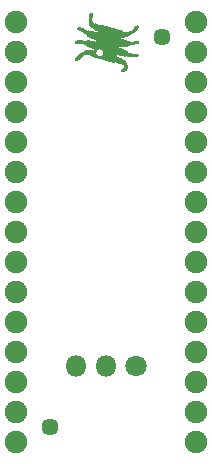
<source format=gbr>
%TF.GenerationSoftware,KiCad,Pcbnew,(6.0.4)*%
%TF.CreationDate,2022-05-03T13:29:39+02:00*%
%TF.ProjectId,nano_samc21e,6e616e6f-5f73-4616-9d63-3231652e6b69,rev?*%
%TF.SameCoordinates,Original*%
%TF.FileFunction,Soldermask,Bot*%
%TF.FilePolarity,Negative*%
%FSLAX46Y46*%
G04 Gerber Fmt 4.6, Leading zero omitted, Abs format (unit mm)*
G04 Created by KiCad (PCBNEW (6.0.4)) date 2022-05-03 13:29:39*
%MOMM*%
%LPD*%
G01*
G04 APERTURE LIST*
%ADD10C,0.010000*%
%ADD11C,1.800000*%
%ADD12O,1.800000X1.800000*%
%ADD13C,1.900000*%
%ADD14C,1.448000*%
G04 APERTURE END LIST*
%TO.C,FID1*%
G36*
X25986541Y-19083164D02*
G01*
X25985629Y-19085523D01*
X25987493Y-19086081D01*
X25993840Y-19087749D01*
X26004212Y-19090394D01*
X26018114Y-19093890D01*
X26035053Y-19098116D01*
X26054536Y-19102947D01*
X26076070Y-19108260D01*
X26099162Y-19113933D01*
X26116782Y-19118246D01*
X26140192Y-19123934D01*
X26160531Y-19128785D01*
X26178607Y-19132959D01*
X26195230Y-19136614D01*
X26211211Y-19139909D01*
X26227358Y-19143003D01*
X26244481Y-19146055D01*
X26263389Y-19149225D01*
X26284893Y-19152671D01*
X26309802Y-19156552D01*
X26338924Y-19161028D01*
X26356823Y-19163784D01*
X26389098Y-19168807D01*
X26424363Y-19174352D01*
X26461368Y-19180218D01*
X26498865Y-19186207D01*
X26535604Y-19192120D01*
X26570337Y-19197758D01*
X26601814Y-19202921D01*
X26610520Y-19204354D01*
X26643549Y-19209702D01*
X26673650Y-19214431D01*
X26700480Y-19218492D01*
X26723693Y-19221834D01*
X26742945Y-19224408D01*
X26757890Y-19226163D01*
X26768184Y-19227050D01*
X26771059Y-19227218D01*
X26784035Y-19228251D01*
X26796056Y-19229823D01*
X26808566Y-19232200D01*
X26823010Y-19235647D01*
X26840830Y-19240432D01*
X26882995Y-19252122D01*
X26892752Y-19282092D01*
X26902509Y-19312061D01*
X26875874Y-19346946D01*
X26849238Y-19381831D01*
X26806171Y-19392686D01*
X26763104Y-19403542D01*
X26650739Y-19403612D01*
X26608107Y-19403488D01*
X26568354Y-19403008D01*
X26532123Y-19402113D01*
X26498625Y-19400749D01*
X26467075Y-19398859D01*
X26436685Y-19396389D01*
X26406667Y-19393282D01*
X26376236Y-19389483D01*
X26344604Y-19384936D01*
X26310984Y-19379586D01*
X26308999Y-19379257D01*
X26284473Y-19375237D01*
X26257895Y-19370934D01*
X26230677Y-19366574D01*
X26204230Y-19362382D01*
X26179968Y-19358583D01*
X26159303Y-19355403D01*
X26146981Y-19353492D01*
X26118423Y-19348815D01*
X26088688Y-19343637D01*
X26058466Y-19338098D01*
X26028445Y-19332338D01*
X25999315Y-19326498D01*
X25971764Y-19320716D01*
X25946481Y-19315133D01*
X25924154Y-19309889D01*
X25905473Y-19305122D01*
X25891127Y-19300974D01*
X25890428Y-19300806D01*
X25887901Y-19301224D01*
X25884791Y-19303632D01*
X25880583Y-19308617D01*
X25874761Y-19316766D01*
X25866811Y-19328666D01*
X25864599Y-19332009D01*
X25857677Y-19342204D01*
X25851815Y-19350443D01*
X25847575Y-19355953D01*
X25845517Y-19357962D01*
X25844781Y-19357805D01*
X25839975Y-19356383D01*
X25831396Y-19353670D01*
X25819763Y-19349899D01*
X25805796Y-19345301D01*
X25790216Y-19340110D01*
X25782183Y-19337437D01*
X25764302Y-19331574D01*
X25743212Y-19324743D01*
X25719978Y-19317284D01*
X25695662Y-19309540D01*
X25671330Y-19301850D01*
X25648044Y-19294557D01*
X25559144Y-19266855D01*
X25458013Y-19256429D01*
X25439212Y-19254533D01*
X25411589Y-19251874D01*
X25382973Y-19249245D01*
X25354573Y-19246753D01*
X25327598Y-19244501D01*
X25303255Y-19242596D01*
X25282753Y-19241143D01*
X25208624Y-19236284D01*
X25144638Y-19214816D01*
X25080651Y-19193347D01*
X25078935Y-19201359D01*
X25078583Y-19202927D01*
X25077077Y-19209408D01*
X25074591Y-19219981D01*
X25071258Y-19234084D01*
X25067210Y-19251160D01*
X25062580Y-19270648D01*
X25057501Y-19291989D01*
X25052105Y-19314624D01*
X25046646Y-19337701D01*
X25041012Y-19362071D01*
X25036436Y-19382553D01*
X25032962Y-19398940D01*
X25030632Y-19411027D01*
X25029489Y-19418607D01*
X25029578Y-19421476D01*
X25032580Y-19422483D01*
X25039763Y-19424437D01*
X25050268Y-19427111D01*
X25063264Y-19430292D01*
X25077921Y-19433769D01*
X25082122Y-19434759D01*
X25096568Y-19438336D01*
X25110098Y-19442037D01*
X25123644Y-19446171D01*
X25138138Y-19451049D01*
X25154512Y-19456981D01*
X25173699Y-19464275D01*
X25196630Y-19473244D01*
X25213766Y-19479934D01*
X25238596Y-19489445D01*
X25264858Y-19499334D01*
X25291019Y-19509028D01*
X25315543Y-19517955D01*
X25336894Y-19525543D01*
X25338895Y-19526242D01*
X25353928Y-19531512D01*
X25366933Y-19536149D01*
X25378501Y-19540426D01*
X25389228Y-19544613D01*
X25399706Y-19548982D01*
X25410530Y-19553806D01*
X25422292Y-19559355D01*
X25435587Y-19565902D01*
X25451008Y-19573718D01*
X25469149Y-19583075D01*
X25490603Y-19594245D01*
X25515964Y-19607498D01*
X25527656Y-19613618D01*
X25557972Y-19629540D01*
X25587771Y-19645265D01*
X25616721Y-19660613D01*
X25644491Y-19675406D01*
X25670747Y-19689463D01*
X25695158Y-19702605D01*
X25717392Y-19714651D01*
X25737117Y-19725423D01*
X25754000Y-19734740D01*
X25767709Y-19742423D01*
X25777913Y-19748291D01*
X25784279Y-19752166D01*
X25786474Y-19753868D01*
X25786483Y-19754065D01*
X25786979Y-19757994D01*
X25788141Y-19765869D01*
X25789835Y-19776876D01*
X25791930Y-19790199D01*
X25794295Y-19805024D01*
X25796796Y-19820535D01*
X25799303Y-19835917D01*
X25801682Y-19850356D01*
X25803802Y-19863036D01*
X25805532Y-19873143D01*
X25806738Y-19879861D01*
X25807290Y-19882375D01*
X25808142Y-19883029D01*
X25812389Y-19886271D01*
X25819553Y-19891735D01*
X25828930Y-19898885D01*
X25839814Y-19907183D01*
X25856702Y-19920784D01*
X25877487Y-19939878D01*
X25897981Y-19961590D01*
X25919240Y-19986982D01*
X25920399Y-19988987D01*
X25923361Y-19995607D01*
X25927473Y-20005820D01*
X25932446Y-20018883D01*
X25937991Y-20034049D01*
X25943822Y-20050576D01*
X25963910Y-20108532D01*
X25975545Y-20198702D01*
X25987181Y-20288872D01*
X25964860Y-20368179D01*
X25942540Y-20447486D01*
X25903627Y-20495496D01*
X25897984Y-20502454D01*
X25886918Y-20516009D01*
X25878036Y-20526601D01*
X25870636Y-20534919D01*
X25864016Y-20541655D01*
X25857472Y-20547498D01*
X25850301Y-20553139D01*
X25841803Y-20559268D01*
X25831272Y-20566575D01*
X25823569Y-20572066D01*
X25810065Y-20582195D01*
X25794427Y-20594363D01*
X25777638Y-20607793D01*
X25760677Y-20621706D01*
X25744528Y-20635325D01*
X25691224Y-20681006D01*
X25596082Y-20681154D01*
X25500939Y-20681302D01*
X25491307Y-20671896D01*
X25488173Y-20668549D01*
X25483482Y-20661962D01*
X25481674Y-20656821D01*
X25481689Y-20656321D01*
X25482220Y-20650962D01*
X25483404Y-20641933D01*
X25485085Y-20630361D01*
X25487108Y-20617377D01*
X25492542Y-20583603D01*
X25517243Y-20546727D01*
X25520333Y-20542136D01*
X25529256Y-20529260D01*
X25537459Y-20518248D01*
X25545841Y-20508045D01*
X25555297Y-20497598D01*
X25566726Y-20485850D01*
X25581024Y-20471748D01*
X25594150Y-20459003D01*
X25610211Y-20443659D01*
X25623898Y-20431024D01*
X25635898Y-20420553D01*
X25646899Y-20411701D01*
X25657586Y-20403922D01*
X25668646Y-20396671D01*
X25680767Y-20389404D01*
X25694635Y-20381575D01*
X25702667Y-20377107D01*
X25715307Y-20369884D01*
X25725002Y-20363889D01*
X25732771Y-20358368D01*
X25739633Y-20352566D01*
X25746609Y-20345730D01*
X25754716Y-20337103D01*
X25775826Y-20314215D01*
X25761052Y-20227584D01*
X25746277Y-20140954D01*
X25723831Y-20111616D01*
X25701384Y-20082278D01*
X25659474Y-20063144D01*
X25637767Y-20053348D01*
X25607680Y-20040230D01*
X25578792Y-20028271D01*
X25550330Y-20017206D01*
X25521521Y-20006766D01*
X25491593Y-19996685D01*
X25459771Y-19986696D01*
X25425283Y-19976532D01*
X25387356Y-19965925D01*
X25345217Y-19954610D01*
X25343381Y-19954124D01*
X25320532Y-19948067D01*
X25301661Y-19942980D01*
X25285893Y-19938567D01*
X25272354Y-19934532D01*
X25260171Y-19930577D01*
X25248470Y-19926409D01*
X25236377Y-19921729D01*
X25223018Y-19916242D01*
X25207519Y-19909652D01*
X25189007Y-19901663D01*
X25177449Y-19896691D01*
X25155639Y-19887441D01*
X25132579Y-19877809D01*
X25108764Y-19867989D01*
X25084688Y-19858177D01*
X25060846Y-19848568D01*
X25037733Y-19839357D01*
X25015843Y-19830741D01*
X24995671Y-19822914D01*
X24977712Y-19816072D01*
X24962460Y-19810411D01*
X24950409Y-19806125D01*
X24942056Y-19803410D01*
X24937893Y-19802462D01*
X24937692Y-19802643D01*
X24936293Y-19806217D01*
X24934009Y-19813813D01*
X24931040Y-19824699D01*
X24927588Y-19838146D01*
X24923854Y-19853423D01*
X24920346Y-19867983D01*
X24916944Y-19881585D01*
X24914286Y-19891306D01*
X24912175Y-19897737D01*
X24910412Y-19901469D01*
X24908799Y-19903091D01*
X24907137Y-19903196D01*
X24906465Y-19903013D01*
X24901506Y-19901660D01*
X24891897Y-19899034D01*
X24877808Y-19895181D01*
X24859411Y-19890149D01*
X24836875Y-19883983D01*
X24810372Y-19876732D01*
X24780072Y-19868441D01*
X24746146Y-19859158D01*
X24708765Y-19848928D01*
X24668099Y-19837799D01*
X24624319Y-19825818D01*
X24577595Y-19813031D01*
X24528099Y-19799484D01*
X24476001Y-19785225D01*
X24421472Y-19770300D01*
X24364682Y-19754757D01*
X24305802Y-19738641D01*
X24245003Y-19721999D01*
X24182456Y-19704879D01*
X24118331Y-19687326D01*
X24052798Y-19669388D01*
X23986030Y-19651111D01*
X23069471Y-19400216D01*
X23077604Y-19367964D01*
X23085738Y-19335711D01*
X23039741Y-19322338D01*
X23007652Y-19312845D01*
X22973820Y-19302382D01*
X22944700Y-19292814D01*
X22920145Y-19284089D01*
X22900009Y-19276157D01*
X22884144Y-19268968D01*
X22883928Y-19268861D01*
X22865407Y-19260677D01*
X22843380Y-19252577D01*
X22819374Y-19245123D01*
X22780384Y-19234067D01*
X22691484Y-19229654D01*
X22675720Y-19228905D01*
X22650174Y-19227854D01*
X22625008Y-19227052D01*
X22599313Y-19226485D01*
X22572178Y-19226139D01*
X22542695Y-19225999D01*
X22509954Y-19226053D01*
X22473044Y-19226284D01*
X22343504Y-19227328D01*
X22325866Y-19237259D01*
X22319355Y-19241375D01*
X22309491Y-19248242D01*
X22297119Y-19257254D01*
X22282964Y-19267875D01*
X22267752Y-19279569D01*
X22252206Y-19291799D01*
X22241693Y-19300106D01*
X22222836Y-19314763D01*
X22203068Y-19329872D01*
X22183600Y-19344517D01*
X22165644Y-19357781D01*
X22150412Y-19368750D01*
X22149382Y-19369478D01*
X22136157Y-19378866D01*
X22125317Y-19386749D01*
X22116137Y-19393786D01*
X22107891Y-19400635D01*
X22099855Y-19407954D01*
X22091303Y-19416401D01*
X22081511Y-19426634D01*
X22069753Y-19439312D01*
X22055305Y-19455092D01*
X22047666Y-19463449D01*
X22035058Y-19477157D01*
X22024486Y-19488405D01*
X22015185Y-19497882D01*
X22006394Y-19506275D01*
X21997351Y-19514274D01*
X21987292Y-19522566D01*
X21975455Y-19531839D01*
X21961077Y-19542781D01*
X21943397Y-19556082D01*
X21926347Y-19569013D01*
X21901408Y-19588530D01*
X21879307Y-19606705D01*
X21859099Y-19624322D01*
X21839840Y-19642166D01*
X21826166Y-19655109D01*
X21814413Y-19665896D01*
X21804341Y-19674587D01*
X21794972Y-19681952D01*
X21785327Y-19688755D01*
X21774429Y-19695764D01*
X21761301Y-19703746D01*
X21723744Y-19726233D01*
X21667229Y-19726247D01*
X21610714Y-19726262D01*
X21610714Y-19649002D01*
X21610715Y-19571743D01*
X21629303Y-19551847D01*
X21635596Y-19544687D01*
X21646825Y-19530376D01*
X21658789Y-19513530D01*
X21670578Y-19495396D01*
X21693264Y-19458840D01*
X21751684Y-19405104D01*
X21781793Y-19378012D01*
X21824212Y-19342035D01*
X21866493Y-19308844D01*
X21873040Y-19303893D01*
X21891481Y-19289726D01*
X21906878Y-19277457D01*
X21920099Y-19266340D01*
X21932013Y-19255629D01*
X21943488Y-19244576D01*
X21955393Y-19232436D01*
X21987904Y-19198552D01*
X22066289Y-19149930D01*
X22084773Y-19138447D01*
X22102204Y-19127535D01*
X22116450Y-19118458D01*
X22128118Y-19110778D01*
X22137816Y-19104057D01*
X22146153Y-19097858D01*
X22153737Y-19091744D01*
X22161175Y-19085278D01*
X22167029Y-19079902D01*
X23325611Y-19079902D01*
X23328840Y-19115875D01*
X23335483Y-19150385D01*
X23345492Y-19182241D01*
X23362264Y-19219139D01*
X23383409Y-19254023D01*
X23408318Y-19285630D01*
X23436803Y-19313797D01*
X23468678Y-19338362D01*
X23503757Y-19359163D01*
X23541853Y-19376037D01*
X23582781Y-19388823D01*
X23586345Y-19389645D01*
X23601219Y-19392042D01*
X23619393Y-19393818D01*
X23639519Y-19394939D01*
X23660248Y-19395369D01*
X23680231Y-19395075D01*
X23698119Y-19394021D01*
X23712564Y-19392172D01*
X23733420Y-19387654D01*
X23771997Y-19375523D01*
X23808432Y-19359083D01*
X23842406Y-19338629D01*
X23873600Y-19314454D01*
X23901698Y-19286853D01*
X23926379Y-19256120D01*
X23947328Y-19222548D01*
X23964224Y-19186432D01*
X23976750Y-19148066D01*
X23984362Y-19109508D01*
X23987309Y-19069486D01*
X23985312Y-19029602D01*
X23978429Y-18990181D01*
X23966717Y-18951545D01*
X23950233Y-18914018D01*
X23929034Y-18877922D01*
X23921809Y-18868130D01*
X23910395Y-18854625D01*
X23896852Y-18840012D01*
X23882215Y-18825325D01*
X23867521Y-18811598D01*
X23853805Y-18799864D01*
X23842104Y-18791159D01*
X23834003Y-18785963D01*
X23797526Y-18766189D01*
X23758499Y-18750522D01*
X23717644Y-18739263D01*
X23714681Y-18738664D01*
X23696622Y-18736193D01*
X23675435Y-18734838D01*
X23652652Y-18734587D01*
X23629806Y-18735426D01*
X23608428Y-18737343D01*
X23590051Y-18740325D01*
X23550284Y-18751330D01*
X23512658Y-18766728D01*
X23477601Y-18786226D01*
X23445398Y-18809563D01*
X23416328Y-18836479D01*
X23390674Y-18866712D01*
X23368717Y-18900001D01*
X23350740Y-18936084D01*
X23337025Y-18974702D01*
X23336899Y-18975140D01*
X23329592Y-19008342D01*
X23325846Y-19043660D01*
X23325611Y-19079902D01*
X22167029Y-19079902D01*
X22169077Y-19078021D01*
X22178049Y-19069537D01*
X22211424Y-19037766D01*
X22271114Y-19006301D01*
X22292606Y-18994908D01*
X22322941Y-18978536D01*
X22349672Y-18963675D01*
X22373413Y-18949947D01*
X22394781Y-18936975D01*
X22414391Y-18924381D01*
X22432859Y-18911789D01*
X22450799Y-18898821D01*
X22468829Y-18885099D01*
X22516372Y-18848101D01*
X22607738Y-18853847D01*
X22620572Y-18854648D01*
X22648054Y-18856337D01*
X22678399Y-18858173D01*
X22710157Y-18860068D01*
X22741881Y-18861938D01*
X22772123Y-18863696D01*
X22799434Y-18865255D01*
X22899764Y-18870917D01*
X22984854Y-18889492D01*
X22990740Y-18890782D01*
X23014834Y-18896162D01*
X23040103Y-18901942D01*
X23065320Y-18907831D01*
X23089254Y-18913540D01*
X23110675Y-18918780D01*
X23128356Y-18923261D01*
X23139312Y-18926095D01*
X23154661Y-18930005D01*
X23167840Y-18933289D01*
X23178164Y-18935782D01*
X23184947Y-18937314D01*
X23187504Y-18937719D01*
X23187564Y-18937596D01*
X23188586Y-18934173D01*
X23190663Y-18926542D01*
X23193641Y-18915308D01*
X23197366Y-18901076D01*
X23201682Y-18884452D01*
X23206435Y-18866042D01*
X23211470Y-18846451D01*
X23216633Y-18826286D01*
X23221767Y-18806151D01*
X23226720Y-18786652D01*
X23231335Y-18768395D01*
X23235458Y-18751986D01*
X23238934Y-18738030D01*
X23241609Y-18727132D01*
X23243327Y-18719899D01*
X23243934Y-18716936D01*
X23243647Y-18716395D01*
X23240036Y-18713610D01*
X23232935Y-18709328D01*
X23223165Y-18704027D01*
X23211549Y-18698182D01*
X23179164Y-18682448D01*
X23068674Y-18658134D01*
X23033175Y-18650280D01*
X22997260Y-18642211D01*
X22965511Y-18634908D01*
X22937492Y-18628246D01*
X22912771Y-18622105D01*
X22890913Y-18616360D01*
X22871485Y-18610890D01*
X22854054Y-18605571D01*
X22838184Y-18600282D01*
X22823443Y-18594898D01*
X22809397Y-18589299D01*
X22795612Y-18583360D01*
X22781654Y-18576960D01*
X22780416Y-18576380D01*
X22765154Y-18569480D01*
X22746757Y-18561516D01*
X22726717Y-18553115D01*
X22706526Y-18544903D01*
X22687674Y-18537506D01*
X22685400Y-18536631D01*
X22666577Y-18529227D01*
X22646825Y-18521206D01*
X22627568Y-18513162D01*
X22610230Y-18505688D01*
X22596234Y-18499379D01*
X22578875Y-18491270D01*
X22559907Y-18482364D01*
X22544771Y-18475171D01*
X22533023Y-18469456D01*
X22524222Y-18464985D01*
X22517924Y-18461523D01*
X22513687Y-18458834D01*
X22511068Y-18456684D01*
X22509623Y-18454839D01*
X22508911Y-18453062D01*
X22508900Y-18453022D01*
X22508328Y-18448667D01*
X22507667Y-18440155D01*
X22506971Y-18428388D01*
X22506292Y-18414267D01*
X22505686Y-18398696D01*
X22504004Y-18350020D01*
X22493604Y-18347259D01*
X22493501Y-18347231D01*
X22484638Y-18345039D01*
X22471682Y-18342043D01*
X22455508Y-18338429D01*
X22436993Y-18334383D01*
X22417010Y-18330093D01*
X22396436Y-18325744D01*
X22376145Y-18321522D01*
X22357012Y-18317616D01*
X22339914Y-18314210D01*
X22325724Y-18311491D01*
X22297154Y-18306128D01*
X22248826Y-18296798D01*
X22203324Y-18287678D01*
X22161017Y-18278847D01*
X22122271Y-18270385D01*
X22087455Y-18262371D01*
X22056937Y-18254884D01*
X22031084Y-18248004D01*
X21967584Y-18230225D01*
X21932807Y-18230213D01*
X21898029Y-18230202D01*
X21852797Y-18248166D01*
X21836858Y-18254460D01*
X21816754Y-18262331D01*
X21795215Y-18270711D01*
X21773960Y-18278930D01*
X21754704Y-18286320D01*
X21701844Y-18306510D01*
X21683819Y-18290581D01*
X21672164Y-18279511D01*
X21659179Y-18265569D01*
X21647148Y-18251094D01*
X21637083Y-18237311D01*
X21629998Y-18225446D01*
X21622855Y-18207402D01*
X21619115Y-18186684D01*
X21620114Y-18166417D01*
X21625881Y-18147207D01*
X21626793Y-18145238D01*
X21634451Y-18132740D01*
X21644092Y-18121935D01*
X21654280Y-18114479D01*
X21657705Y-18111907D01*
X21662659Y-18104980D01*
X21667778Y-18093740D01*
X21674540Y-18076532D01*
X21777084Y-18020854D01*
X21854554Y-18015451D01*
X21932024Y-18010049D01*
X22008053Y-18018537D01*
X22021125Y-18020016D01*
X22040954Y-18022379D01*
X22058852Y-18024717D01*
X22075803Y-18027195D01*
X22092791Y-18029979D01*
X22110799Y-18033232D01*
X22130809Y-18037120D01*
X22153806Y-18041807D01*
X22180773Y-18047457D01*
X22204964Y-18052513D01*
X22232912Y-18058155D01*
X22257824Y-18062905D01*
X22280775Y-18066949D01*
X22302837Y-18070474D01*
X22325083Y-18073668D01*
X22348584Y-18076718D01*
X22359899Y-18078131D01*
X22379248Y-18080630D01*
X22395485Y-18082918D01*
X22409753Y-18085222D01*
X22423196Y-18087765D01*
X22436957Y-18090772D01*
X22452180Y-18094468D01*
X22470010Y-18099078D01*
X22491589Y-18104827D01*
X22496794Y-18106218D01*
X22514716Y-18110915D01*
X22530868Y-18115010D01*
X22544622Y-18118355D01*
X22555354Y-18120801D01*
X22562438Y-18122197D01*
X22565249Y-18122396D01*
X22566722Y-18119859D01*
X22569787Y-18113525D01*
X22573927Y-18104436D01*
X22578676Y-18093591D01*
X22590327Y-18066499D01*
X22627319Y-18053195D01*
X22664312Y-18039890D01*
X22737082Y-18053670D01*
X22741287Y-18054460D01*
X22763785Y-18058530D01*
X22789611Y-18062989D01*
X22817353Y-18067607D01*
X22845604Y-18072153D01*
X22872952Y-18076393D01*
X22897989Y-18080098D01*
X22916846Y-18082852D01*
X22935342Y-18085675D01*
X22953351Y-18088577D01*
X22971479Y-18091673D01*
X22990331Y-18095079D01*
X23010510Y-18098908D01*
X23032622Y-18103276D01*
X23057272Y-18108297D01*
X23085064Y-18114086D01*
X23116603Y-18120759D01*
X23152494Y-18128430D01*
X23161441Y-18130352D01*
X23190627Y-18136658D01*
X23218977Y-18142838D01*
X23245973Y-18148776D01*
X23271099Y-18154356D01*
X23293838Y-18159462D01*
X23313674Y-18163979D01*
X23330090Y-18167790D01*
X23342570Y-18170781D01*
X23350597Y-18172834D01*
X23352847Y-18173452D01*
X23364397Y-18176577D01*
X23373804Y-18179055D01*
X23380151Y-18180646D01*
X23382521Y-18181113D01*
X23383325Y-18178284D01*
X23385200Y-18171158D01*
X23387990Y-18160355D01*
X23391540Y-18146488D01*
X23395695Y-18130172D01*
X23400300Y-18112021D01*
X23405200Y-18092650D01*
X23410241Y-18072673D01*
X23415267Y-18052705D01*
X23420124Y-18033359D01*
X23424658Y-18015250D01*
X23428712Y-17998992D01*
X23432133Y-17985200D01*
X23434765Y-17974488D01*
X23436454Y-17967471D01*
X23437045Y-17964762D01*
X23436510Y-17964335D01*
X23432010Y-17962965D01*
X23423527Y-17961103D01*
X23411779Y-17958887D01*
X23397483Y-17956457D01*
X23381358Y-17953953D01*
X23369807Y-17952183D01*
X23349423Y-17948757D01*
X23332164Y-17945434D01*
X23318674Y-17942344D01*
X23309597Y-17939616D01*
X23307597Y-17938880D01*
X23299806Y-17936115D01*
X23288068Y-17932026D01*
X23272987Y-17926820D01*
X23255169Y-17920704D01*
X23235216Y-17913887D01*
X23213735Y-17906577D01*
X23191330Y-17898980D01*
X23149773Y-17884706D01*
X23101179Y-17867518D01*
X23052376Y-17849759D01*
X23004215Y-17831751D01*
X22957546Y-17813818D01*
X22913220Y-17796281D01*
X22872086Y-17779464D01*
X22834994Y-17763690D01*
X22820626Y-17757408D01*
X22803456Y-17749766D01*
X22788700Y-17742942D01*
X22775402Y-17736431D01*
X22762604Y-17729725D01*
X22749349Y-17722318D01*
X22734680Y-17713704D01*
X22717639Y-17703376D01*
X22697269Y-17690828D01*
X22626854Y-17647272D01*
X22626784Y-17612438D01*
X22626549Y-17597724D01*
X22625898Y-17580801D01*
X22624937Y-17564760D01*
X22623769Y-17551699D01*
X22622897Y-17544399D01*
X22621380Y-17534380D01*
X22619662Y-17527587D01*
X22617399Y-17522831D01*
X22614244Y-17518923D01*
X22611800Y-17516856D01*
X22604723Y-17511910D01*
X22593963Y-17504993D01*
X22579985Y-17496384D01*
X22563256Y-17486360D01*
X22544239Y-17475199D01*
X22523402Y-17463178D01*
X22501208Y-17450576D01*
X22478124Y-17437671D01*
X22458622Y-17426737D01*
X22436519Y-17414020D01*
X22417204Y-17402527D01*
X22401114Y-17392523D01*
X22388687Y-17384276D01*
X22380357Y-17378050D01*
X22372673Y-17372311D01*
X22359630Y-17363928D01*
X22342843Y-17354143D01*
X22322826Y-17343254D01*
X22300094Y-17331559D01*
X22297879Y-17330427D01*
X22285500Y-17323627D01*
X22269282Y-17314111D01*
X22249487Y-17302046D01*
X22226377Y-17287595D01*
X22200212Y-17270924D01*
X22171256Y-17252198D01*
X22139770Y-17231582D01*
X22106014Y-17209240D01*
X22104096Y-17207964D01*
X22087912Y-17197258D01*
X22074850Y-17188821D01*
X22063926Y-17182130D01*
X22054156Y-17176663D01*
X22044557Y-17171896D01*
X22034146Y-17167308D01*
X22021939Y-17162375D01*
X22006954Y-17156574D01*
X21996164Y-17152499D01*
X21975676Y-17145015D01*
X21953907Y-17137318D01*
X21932854Y-17130110D01*
X21914516Y-17124093D01*
X21869068Y-17109643D01*
X21835141Y-17080399D01*
X21825732Y-17072128D01*
X21815944Y-17063133D01*
X21808178Y-17055551D01*
X21803060Y-17049998D01*
X21801214Y-17047086D01*
X21801230Y-17046492D01*
X21801536Y-17041396D01*
X21802178Y-17032577D01*
X21803075Y-17021092D01*
X21804148Y-17007999D01*
X21807082Y-16972982D01*
X21838605Y-16938652D01*
X21848347Y-16928132D01*
X21857340Y-16918599D01*
X21864632Y-16911060D01*
X21869652Y-16906104D01*
X21871830Y-16904321D01*
X21874548Y-16904942D01*
X21881528Y-16906734D01*
X21892105Y-16909524D01*
X21905620Y-16913136D01*
X21921416Y-16917397D01*
X21938837Y-16922131D01*
X21950467Y-16925356D01*
X21976453Y-16932959D01*
X22003525Y-16941445D01*
X22032575Y-16951108D01*
X22064491Y-16962240D01*
X22100163Y-16975134D01*
X22110562Y-16978953D01*
X22135656Y-16988261D01*
X22157078Y-16996387D01*
X22175651Y-17003676D01*
X22192202Y-17010472D01*
X22207555Y-17017118D01*
X22222536Y-17023959D01*
X22237968Y-17031339D01*
X22254677Y-17039603D01*
X22313169Y-17068879D01*
X22371517Y-17115547D01*
X22376815Y-17119780D01*
X22393593Y-17133087D01*
X22407662Y-17143990D01*
X22419971Y-17153134D01*
X22431467Y-17161165D01*
X22443099Y-17168729D01*
X22455814Y-17176470D01*
X22470560Y-17185035D01*
X22488284Y-17195069D01*
X22513784Y-17209329D01*
X22538967Y-17223248D01*
X22562664Y-17236183D01*
X22584457Y-17247911D01*
X22603928Y-17258213D01*
X22620662Y-17266869D01*
X22634241Y-17273657D01*
X22644248Y-17278357D01*
X22650266Y-17280749D01*
X22651164Y-17281008D01*
X22658136Y-17282218D01*
X22661949Y-17281303D01*
X22663882Y-17278871D01*
X22668425Y-17272999D01*
X22675014Y-17264414D01*
X22683124Y-17253802D01*
X22692228Y-17241848D01*
X22720456Y-17204725D01*
X22777090Y-17214392D01*
X22802574Y-17218739D01*
X22830743Y-17223550D01*
X22856153Y-17227924D01*
X22879231Y-17231959D01*
X22900401Y-17235757D01*
X22920087Y-17239417D01*
X22938717Y-17243038D01*
X22956714Y-17246720D01*
X22974503Y-17250565D01*
X22992510Y-17254670D01*
X23011161Y-17259137D01*
X23030880Y-17264064D01*
X23052092Y-17269553D01*
X23075222Y-17275702D01*
X23100696Y-17282611D01*
X23128939Y-17290381D01*
X23160377Y-17299112D01*
X23195433Y-17308902D01*
X23234533Y-17319852D01*
X23278104Y-17332063D01*
X23291241Y-17335743D01*
X23327141Y-17345791D01*
X23361545Y-17355409D01*
X23394143Y-17364511D01*
X23424627Y-17373010D01*
X23452689Y-17380822D01*
X23478020Y-17387861D01*
X23500312Y-17394041D01*
X23519255Y-17399276D01*
X23534542Y-17403480D01*
X23545863Y-17406569D01*
X23552910Y-17408456D01*
X23555376Y-17409056D01*
X23555908Y-17407760D01*
X23557617Y-17402133D01*
X23560267Y-17392656D01*
X23563698Y-17379954D01*
X23567750Y-17364653D01*
X23572263Y-17347379D01*
X23577078Y-17328758D01*
X23582035Y-17309415D01*
X23586976Y-17289978D01*
X23591740Y-17271072D01*
X23596168Y-17253322D01*
X23600100Y-17237356D01*
X23603376Y-17223798D01*
X23605838Y-17213275D01*
X23607326Y-17206412D01*
X23607680Y-17203836D01*
X23607631Y-17203807D01*
X23604507Y-17202793D01*
X23596899Y-17200565D01*
X23585189Y-17197229D01*
X23569759Y-17192892D01*
X23550991Y-17187660D01*
X23529268Y-17181638D01*
X23504971Y-17174935D01*
X23478484Y-17167655D01*
X23450187Y-17159904D01*
X23420464Y-17151790D01*
X23235044Y-17101255D01*
X23014064Y-16930079D01*
X23008755Y-16925966D01*
X22979470Y-16903278D01*
X22951354Y-16881489D01*
X22924667Y-16860802D01*
X22899666Y-16841417D01*
X22876610Y-16823535D01*
X22855760Y-16807356D01*
X22837373Y-16793083D01*
X22821708Y-16780915D01*
X22809025Y-16771053D01*
X22799581Y-16763699D01*
X22793637Y-16759054D01*
X22791450Y-16757317D01*
X22791383Y-16757151D01*
X22790773Y-16753412D01*
X22789711Y-16745089D01*
X22788238Y-16732572D01*
X22786398Y-16716248D01*
X22784231Y-16696507D01*
X22781782Y-16673738D01*
X22779092Y-16648328D01*
X22776203Y-16620669D01*
X22773157Y-16591147D01*
X22769998Y-16560152D01*
X22750180Y-16364572D01*
X22757020Y-16301072D01*
X22757636Y-16295251D01*
X22759806Y-16273215D01*
X22761910Y-16249724D01*
X22763812Y-16226403D01*
X22765378Y-16204878D01*
X22766474Y-16186772D01*
X22766533Y-16185645D01*
X22769096Y-16150310D01*
X22773245Y-16112043D01*
X22779077Y-16069932D01*
X22780559Y-16060025D01*
X22783728Y-16038160D01*
X22786880Y-16015618D01*
X22789820Y-15993824D01*
X22792355Y-15974200D01*
X22794291Y-15958172D01*
X22795093Y-15951389D01*
X22797760Y-15930873D01*
X22800929Y-15908629D01*
X22804271Y-15886918D01*
X22807454Y-15868002D01*
X22809549Y-15856425D01*
X22812252Y-15842505D01*
X22814822Y-15831370D01*
X22817664Y-15821684D01*
X22821188Y-15812116D01*
X22825800Y-15801329D01*
X22831909Y-15787992D01*
X22832578Y-15786554D01*
X22840633Y-15769976D01*
X22847565Y-15757308D01*
X22853866Y-15747715D01*
X22860028Y-15740367D01*
X22871634Y-15728302D01*
X22994430Y-15728302D01*
X22998305Y-15734214D01*
X22999483Y-15736526D01*
X23002323Y-15743506D01*
X23006083Y-15753756D01*
X23010413Y-15766311D01*
X23014963Y-15780206D01*
X23027746Y-15820284D01*
X23024100Y-15865098D01*
X23023161Y-15876184D01*
X23021728Y-15891770D01*
X23020299Y-15905937D01*
X23018999Y-15917470D01*
X23017952Y-15925152D01*
X23015868Y-15938254D01*
X23013766Y-15952639D01*
X23011798Y-15967661D01*
X23009828Y-15984428D01*
X23007721Y-16004044D01*
X23005339Y-16027618D01*
X23005177Y-16029244D01*
X23003564Y-16044574D01*
X23001884Y-16058384D01*
X22999969Y-16071595D01*
X22997651Y-16085128D01*
X22994761Y-16099903D01*
X22991130Y-16116841D01*
X22986592Y-16136862D01*
X22980977Y-16160888D01*
X22978367Y-16171850D01*
X22973576Y-16191429D01*
X22969117Y-16208958D01*
X22965148Y-16223855D01*
X22961825Y-16235539D01*
X22959305Y-16243430D01*
X22957746Y-16246946D01*
X22957726Y-16246969D01*
X22956001Y-16249402D01*
X22955105Y-16252511D01*
X22955157Y-16256988D01*
X22956275Y-16263528D01*
X22958578Y-16272826D01*
X22962183Y-16285577D01*
X22967209Y-16302474D01*
X22967741Y-16304258D01*
X22971670Y-16318248D01*
X22975095Y-16331810D01*
X22977664Y-16343474D01*
X22979024Y-16351773D01*
X22979235Y-16353451D01*
X22980640Y-16360250D01*
X22983248Y-16369131D01*
X22987245Y-16380600D01*
X22992812Y-16395164D01*
X23000134Y-16413331D01*
X23009394Y-16435606D01*
X23011152Y-16439779D01*
X23018583Y-16457159D01*
X23025524Y-16472995D01*
X23031688Y-16486654D01*
X23036784Y-16497507D01*
X23040526Y-16504923D01*
X23042625Y-16508271D01*
X23043717Y-16509275D01*
X23048491Y-16513611D01*
X23056300Y-16520671D01*
X23066656Y-16530017D01*
X23079074Y-16541212D01*
X23093067Y-16553819D01*
X23108150Y-16567400D01*
X23123835Y-16581517D01*
X23139636Y-16595734D01*
X23155069Y-16609612D01*
X23169645Y-16622714D01*
X23182879Y-16634602D01*
X23194284Y-16644840D01*
X23203375Y-16652989D01*
X23209665Y-16658611D01*
X23212668Y-16661271D01*
X23214826Y-16662953D01*
X23217315Y-16663865D01*
X23220732Y-16663492D01*
X23225979Y-16661585D01*
X23233959Y-16657893D01*
X23245575Y-16652167D01*
X23254744Y-16647642D01*
X23268966Y-16640716D01*
X23282658Y-16634141D01*
X23293817Y-16628885D01*
X23314490Y-16619305D01*
X23518204Y-16737875D01*
X23523953Y-16741220D01*
X23553234Y-16758246D01*
X23581188Y-16774475D01*
X23607510Y-16789732D01*
X23631892Y-16803840D01*
X23654029Y-16816623D01*
X23673615Y-16827905D01*
X23690344Y-16837509D01*
X23703909Y-16845258D01*
X23714004Y-16850977D01*
X23720324Y-16854489D01*
X23722562Y-16855618D01*
X23723236Y-16853382D01*
X23725003Y-16846825D01*
X23727680Y-16836605D01*
X23731099Y-16823381D01*
X23735087Y-16807809D01*
X23739475Y-16790546D01*
X23743655Y-16774186D01*
X23748013Y-16757634D01*
X23751492Y-16745199D01*
X23754238Y-16736416D01*
X23756399Y-16730823D01*
X23758122Y-16727954D01*
X23759554Y-16727344D01*
X23759654Y-16727372D01*
X23763090Y-16728310D01*
X23771227Y-16730531D01*
X23783893Y-16733988D01*
X23800914Y-16738635D01*
X23822118Y-16744422D01*
X23847331Y-16751305D01*
X23876381Y-16759234D01*
X23909095Y-16768163D01*
X23945299Y-16778045D01*
X23984821Y-16788833D01*
X24027488Y-16800479D01*
X24073126Y-16812936D01*
X24121563Y-16826157D01*
X24172626Y-16840095D01*
X24226142Y-16854702D01*
X24281938Y-16869931D01*
X24339841Y-16885736D01*
X24399677Y-16902068D01*
X24461275Y-16918881D01*
X24524461Y-16936128D01*
X24589062Y-16953760D01*
X24654904Y-16971732D01*
X24665210Y-16974545D01*
X24730856Y-16992468D01*
X24795226Y-17010049D01*
X24858146Y-17027242D01*
X24919445Y-17043999D01*
X24978949Y-17060272D01*
X25036486Y-17076015D01*
X25091884Y-17091179D01*
X25144969Y-17105718D01*
X25195570Y-17119584D01*
X25243513Y-17132730D01*
X25288626Y-17145108D01*
X25330737Y-17156671D01*
X25369673Y-17167371D01*
X25405261Y-17177162D01*
X25437328Y-17185996D01*
X25465702Y-17193825D01*
X25490211Y-17200602D01*
X25510682Y-17206280D01*
X25526942Y-17210812D01*
X25538819Y-17214149D01*
X25546139Y-17216245D01*
X25548731Y-17217053D01*
X25548975Y-17217646D01*
X25548817Y-17222338D01*
X25547529Y-17230905D01*
X25545238Y-17242587D01*
X25542074Y-17256620D01*
X25540404Y-17263675D01*
X25537570Y-17275819D01*
X25535341Y-17285607D01*
X25533912Y-17292180D01*
X25533477Y-17294674D01*
X25533863Y-17294771D01*
X25538172Y-17295588D01*
X25546939Y-17297167D01*
X25559765Y-17299438D01*
X25576253Y-17302332D01*
X25596005Y-17305781D01*
X25618623Y-17309716D01*
X25643708Y-17314067D01*
X25670863Y-17318765D01*
X25699689Y-17323742D01*
X25729790Y-17328929D01*
X25760766Y-17334256D01*
X25792220Y-17339655D01*
X25823753Y-17345057D01*
X25854968Y-17350392D01*
X25924732Y-17362302D01*
X26072224Y-17343028D01*
X26154774Y-17312152D01*
X26159780Y-17310280D01*
X26175233Y-17304479D01*
X26188989Y-17299253D01*
X26201527Y-17294380D01*
X26213326Y-17289638D01*
X26224866Y-17284808D01*
X26236625Y-17279668D01*
X26249082Y-17273998D01*
X26262716Y-17267576D01*
X26278007Y-17260181D01*
X26295433Y-17251594D01*
X26315474Y-17241592D01*
X26338609Y-17229955D01*
X26365316Y-17216463D01*
X26396074Y-17200894D01*
X26554824Y-17120511D01*
X26561902Y-17099830D01*
X26563549Y-17095141D01*
X26567457Y-17084387D01*
X26572626Y-17070447D01*
X26578699Y-17054275D01*
X26585321Y-17036821D01*
X26592134Y-17019040D01*
X26615288Y-16958932D01*
X26643476Y-16921721D01*
X26643783Y-16921316D01*
X26658199Y-16903179D01*
X26675190Y-16883199D01*
X26693504Y-16862806D01*
X26711893Y-16843431D01*
X26752122Y-16802352D01*
X26793272Y-16793258D01*
X26834423Y-16784163D01*
X26867054Y-16806777D01*
X26899686Y-16829392D01*
X26897972Y-16892892D01*
X26896259Y-16956392D01*
X26867584Y-17016082D01*
X26858976Y-17033840D01*
X26850405Y-17050968D01*
X26842698Y-17065523D01*
X26835219Y-17078615D01*
X26827328Y-17091354D01*
X26818388Y-17104853D01*
X26807761Y-17120222D01*
X26805156Y-17123929D01*
X26795594Y-17137369D01*
X26786739Y-17149567D01*
X26779135Y-17159789D01*
X26773326Y-17167301D01*
X26769859Y-17171366D01*
X26769733Y-17171488D01*
X26765736Y-17174950D01*
X26758330Y-17180985D01*
X26748112Y-17189124D01*
X26735679Y-17198894D01*
X26721626Y-17209824D01*
X26706550Y-17221442D01*
X26700864Y-17225796D01*
X26684866Y-17237923D01*
X26670926Y-17248203D01*
X26658111Y-17257246D01*
X26645488Y-17265661D01*
X26632126Y-17274056D01*
X26617092Y-17283041D01*
X26599454Y-17293224D01*
X26578280Y-17305213D01*
X26575517Y-17306767D01*
X26558203Y-17316442D01*
X26537316Y-17328025D01*
X26513616Y-17341100D01*
X26487866Y-17355249D01*
X26460824Y-17370055D01*
X26433253Y-17385101D01*
X26405913Y-17399968D01*
X26379564Y-17414240D01*
X26369435Y-17419724D01*
X26329546Y-17441516D01*
X26293522Y-17461551D01*
X26260779Y-17480166D01*
X26230729Y-17497698D01*
X26202786Y-17514481D01*
X26176364Y-17530854D01*
X26161924Y-17539851D01*
X26138685Y-17554052D01*
X26112978Y-17569502D01*
X26085965Y-17585511D01*
X26058810Y-17601393D01*
X26032675Y-17616458D01*
X26008724Y-17630020D01*
X26003581Y-17632898D01*
X25980051Y-17645998D01*
X25959939Y-17657043D01*
X25942426Y-17666438D01*
X25926696Y-17674592D01*
X25911931Y-17681911D01*
X25897312Y-17688803D01*
X25882023Y-17695674D01*
X25865247Y-17702933D01*
X25846164Y-17710986D01*
X25775044Y-17740762D01*
X25699123Y-17751958D01*
X25623201Y-17763153D01*
X25549263Y-17741527D01*
X25545302Y-17740371D01*
X25525664Y-17734684D01*
X25506734Y-17729278D01*
X25489345Y-17724386D01*
X25474329Y-17720239D01*
X25462520Y-17717070D01*
X25454748Y-17715113D01*
X25434172Y-17710325D01*
X25408852Y-17816440D01*
X25383532Y-17922556D01*
X25401488Y-17926511D01*
X25407462Y-17927742D01*
X25417925Y-17929800D01*
X25432239Y-17932562D01*
X25449826Y-17935917D01*
X25470109Y-17939756D01*
X25492512Y-17943970D01*
X25516456Y-17948448D01*
X25541364Y-17953081D01*
X25556593Y-17955906D01*
X25578992Y-17960078D01*
X25598803Y-17963829D01*
X25616556Y-17967300D01*
X25632781Y-17970634D01*
X25648008Y-17973971D01*
X25662767Y-17977453D01*
X25677589Y-17981222D01*
X25693004Y-17985419D01*
X25709541Y-17990186D01*
X25727732Y-17995664D01*
X25748107Y-18001994D01*
X25771195Y-18009319D01*
X25797527Y-18017779D01*
X25827633Y-18027517D01*
X25862043Y-18038674D01*
X25881866Y-18045025D01*
X25908826Y-18053494D01*
X25938332Y-18062613D01*
X25969111Y-18071995D01*
X25999889Y-18081252D01*
X26029394Y-18089997D01*
X26056353Y-18097842D01*
X26161124Y-18127976D01*
X26162566Y-18181942D01*
X26173275Y-18181947D01*
X26178823Y-18181707D01*
X26188609Y-18180991D01*
X26201454Y-18179887D01*
X26216339Y-18178482D01*
X26232244Y-18176864D01*
X26237269Y-18176354D01*
X26252297Y-18174965D01*
X26271206Y-18173355D01*
X26293164Y-18171590D01*
X26317335Y-18169734D01*
X26342888Y-18167851D01*
X26368989Y-18166007D01*
X26394804Y-18164265D01*
X26509104Y-18156755D01*
X26584034Y-18140396D01*
X26598913Y-18137161D01*
X26618513Y-18132990D01*
X26635065Y-18129657D01*
X26649728Y-18126988D01*
X26663656Y-18124807D01*
X26678008Y-18122937D01*
X26693938Y-18121204D01*
X26712605Y-18119432D01*
X26735164Y-18117444D01*
X26764304Y-18114942D01*
X26795787Y-18112296D01*
X26822926Y-18110097D01*
X26846114Y-18108322D01*
X26865742Y-18106947D01*
X26882204Y-18105949D01*
X26895891Y-18105305D01*
X26907196Y-18104990D01*
X26916512Y-18104983D01*
X26924231Y-18105259D01*
X26930744Y-18105795D01*
X26933203Y-18106061D01*
X26942843Y-18107075D01*
X26950340Y-18107818D01*
X26954239Y-18108145D01*
X26954837Y-18108521D01*
X26955713Y-18111074D01*
X26956378Y-18116427D01*
X26956854Y-18125036D01*
X26957161Y-18137357D01*
X26957322Y-18153845D01*
X26957358Y-18174957D01*
X26957327Y-18191286D01*
X26957218Y-18208167D01*
X26956999Y-18221062D01*
X26956631Y-18230583D01*
X26956076Y-18237346D01*
X26955296Y-18241963D01*
X26954255Y-18245050D01*
X26952913Y-18247219D01*
X26950215Y-18249499D01*
X26942646Y-18253727D01*
X26931285Y-18258824D01*
X26916774Y-18264482D01*
X26915414Y-18264980D01*
X26903350Y-18269179D01*
X26891618Y-18272763D01*
X26879145Y-18275991D01*
X26864857Y-18279119D01*
X26847680Y-18282404D01*
X26826542Y-18286104D01*
X26794477Y-18291631D01*
X26755609Y-18298496D01*
X26715161Y-18305796D01*
X26673958Y-18313376D01*
X26632823Y-18321080D01*
X26592582Y-18328751D01*
X26554058Y-18336234D01*
X26518076Y-18343373D01*
X26485460Y-18350012D01*
X26457034Y-18355995D01*
X26440393Y-18359501D01*
X26409702Y-18365670D01*
X26377186Y-18371889D01*
X26344534Y-18377844D01*
X26313436Y-18383224D01*
X26285584Y-18387715D01*
X26280200Y-18388544D01*
X26256368Y-18392281D01*
X26236298Y-18395594D01*
X26218934Y-18398702D01*
X26203220Y-18401825D01*
X26188098Y-18405181D01*
X26172513Y-18408992D01*
X26155407Y-18413476D01*
X26135724Y-18418853D01*
X26069684Y-18437114D01*
X26011264Y-18478454D01*
X25974434Y-18485179D01*
X25974362Y-18485192D01*
X25962771Y-18487056D01*
X25946650Y-18489278D01*
X25926526Y-18491800D01*
X25902929Y-18494566D01*
X25876386Y-18497521D01*
X25847427Y-18500607D01*
X25816579Y-18503769D01*
X25784372Y-18506949D01*
X25751333Y-18510093D01*
X25717991Y-18513143D01*
X25684874Y-18516044D01*
X25669321Y-18517480D01*
X25648323Y-18519634D01*
X25625751Y-18522130D01*
X25603452Y-18524762D01*
X25583274Y-18527326D01*
X25528664Y-18534591D01*
X25468974Y-18522151D01*
X25460333Y-18520327D01*
X25440132Y-18515832D01*
X25421055Y-18511183D01*
X25401926Y-18506056D01*
X25381566Y-18500128D01*
X25358799Y-18493074D01*
X25332449Y-18484571D01*
X25321874Y-18481115D01*
X25304013Y-18475302D01*
X25288116Y-18470156D01*
X25274756Y-18465862D01*
X25264503Y-18462602D01*
X25257932Y-18460561D01*
X25255614Y-18459922D01*
X25255508Y-18460413D01*
X25254471Y-18464859D01*
X25252430Y-18473502D01*
X25249508Y-18485823D01*
X25245828Y-18501301D01*
X25241516Y-18519415D01*
X25236693Y-18539646D01*
X25231484Y-18561472D01*
X25229231Y-18570914D01*
X25224170Y-18592145D01*
X25219547Y-18611571D01*
X25215488Y-18628668D01*
X25212115Y-18642915D01*
X25209553Y-18653789D01*
X25207925Y-18660767D01*
X25207354Y-18663328D01*
X25208963Y-18664386D01*
X25214423Y-18667446D01*
X25223055Y-18672103D01*
X25234135Y-18677969D01*
X25246942Y-18684653D01*
X25286529Y-18705182D01*
X25335207Y-18705147D01*
X25383884Y-18705113D01*
X25442304Y-18719344D01*
X25448670Y-18720916D01*
X25467317Y-18725734D01*
X25485680Y-18730764D01*
X25502592Y-18735671D01*
X25516886Y-18740119D01*
X25527394Y-18743773D01*
X25530555Y-18745057D01*
X25540493Y-18749533D01*
X25554012Y-18756018D01*
X25570515Y-18764210D01*
X25589403Y-18773808D01*
X25610077Y-18784507D01*
X25631941Y-18796006D01*
X25654394Y-18808002D01*
X25659757Y-18810888D01*
X25682924Y-18823324D01*
X25709477Y-18837536D01*
X25738537Y-18853055D01*
X25769222Y-18869411D01*
X25800652Y-18886137D01*
X25831948Y-18902762D01*
X25862229Y-18918818D01*
X25890614Y-18933836D01*
X25891427Y-18934266D01*
X25915658Y-18947072D01*
X25938509Y-18959153D01*
X25959592Y-18970305D01*
X25978518Y-18980321D01*
X25994897Y-18988994D01*
X26008340Y-18996119D01*
X26018459Y-19001490D01*
X26024864Y-19004900D01*
X26027166Y-19006144D01*
X26026477Y-19007878D01*
X26023702Y-19013412D01*
X26019168Y-19022041D01*
X26013256Y-19033044D01*
X26006343Y-19045700D01*
X26000326Y-19056727D01*
X25994267Y-19068039D01*
X25993512Y-19069486D01*
X25989546Y-19077093D01*
X25986541Y-19083164D01*
G37*
D10*
X25986541Y-19083164D02*
X25985629Y-19085523D01*
X25987493Y-19086081D01*
X25993840Y-19087749D01*
X26004212Y-19090394D01*
X26018114Y-19093890D01*
X26035053Y-19098116D01*
X26054536Y-19102947D01*
X26076070Y-19108260D01*
X26099162Y-19113933D01*
X26116782Y-19118246D01*
X26140192Y-19123934D01*
X26160531Y-19128785D01*
X26178607Y-19132959D01*
X26195230Y-19136614D01*
X26211211Y-19139909D01*
X26227358Y-19143003D01*
X26244481Y-19146055D01*
X26263389Y-19149225D01*
X26284893Y-19152671D01*
X26309802Y-19156552D01*
X26338924Y-19161028D01*
X26356823Y-19163784D01*
X26389098Y-19168807D01*
X26424363Y-19174352D01*
X26461368Y-19180218D01*
X26498865Y-19186207D01*
X26535604Y-19192120D01*
X26570337Y-19197758D01*
X26601814Y-19202921D01*
X26610520Y-19204354D01*
X26643549Y-19209702D01*
X26673650Y-19214431D01*
X26700480Y-19218492D01*
X26723693Y-19221834D01*
X26742945Y-19224408D01*
X26757890Y-19226163D01*
X26768184Y-19227050D01*
X26771059Y-19227218D01*
X26784035Y-19228251D01*
X26796056Y-19229823D01*
X26808566Y-19232200D01*
X26823010Y-19235647D01*
X26840830Y-19240432D01*
X26882995Y-19252122D01*
X26892752Y-19282092D01*
X26902509Y-19312061D01*
X26875874Y-19346946D01*
X26849238Y-19381831D01*
X26806171Y-19392686D01*
X26763104Y-19403542D01*
X26650739Y-19403612D01*
X26608107Y-19403488D01*
X26568354Y-19403008D01*
X26532123Y-19402113D01*
X26498625Y-19400749D01*
X26467075Y-19398859D01*
X26436685Y-19396389D01*
X26406667Y-19393282D01*
X26376236Y-19389483D01*
X26344604Y-19384936D01*
X26310984Y-19379586D01*
X26308999Y-19379257D01*
X26284473Y-19375237D01*
X26257895Y-19370934D01*
X26230677Y-19366574D01*
X26204230Y-19362382D01*
X26179968Y-19358583D01*
X26159303Y-19355403D01*
X26146981Y-19353492D01*
X26118423Y-19348815D01*
X26088688Y-19343637D01*
X26058466Y-19338098D01*
X26028445Y-19332338D01*
X25999315Y-19326498D01*
X25971764Y-19320716D01*
X25946481Y-19315133D01*
X25924154Y-19309889D01*
X25905473Y-19305122D01*
X25891127Y-19300974D01*
X25890428Y-19300806D01*
X25887901Y-19301224D01*
X25884791Y-19303632D01*
X25880583Y-19308617D01*
X25874761Y-19316766D01*
X25866811Y-19328666D01*
X25864599Y-19332009D01*
X25857677Y-19342204D01*
X25851815Y-19350443D01*
X25847575Y-19355953D01*
X25845517Y-19357962D01*
X25844781Y-19357805D01*
X25839975Y-19356383D01*
X25831396Y-19353670D01*
X25819763Y-19349899D01*
X25805796Y-19345301D01*
X25790216Y-19340110D01*
X25782183Y-19337437D01*
X25764302Y-19331574D01*
X25743212Y-19324743D01*
X25719978Y-19317284D01*
X25695662Y-19309540D01*
X25671330Y-19301850D01*
X25648044Y-19294557D01*
X25559144Y-19266855D01*
X25458013Y-19256429D01*
X25439212Y-19254533D01*
X25411589Y-19251874D01*
X25382973Y-19249245D01*
X25354573Y-19246753D01*
X25327598Y-19244501D01*
X25303255Y-19242596D01*
X25282753Y-19241143D01*
X25208624Y-19236284D01*
X25144638Y-19214816D01*
X25080651Y-19193347D01*
X25078935Y-19201359D01*
X25078583Y-19202927D01*
X25077077Y-19209408D01*
X25074591Y-19219981D01*
X25071258Y-19234084D01*
X25067210Y-19251160D01*
X25062580Y-19270648D01*
X25057501Y-19291989D01*
X25052105Y-19314624D01*
X25046646Y-19337701D01*
X25041012Y-19362071D01*
X25036436Y-19382553D01*
X25032962Y-19398940D01*
X25030632Y-19411027D01*
X25029489Y-19418607D01*
X25029578Y-19421476D01*
X25032580Y-19422483D01*
X25039763Y-19424437D01*
X25050268Y-19427111D01*
X25063264Y-19430292D01*
X25077921Y-19433769D01*
X25082122Y-19434759D01*
X25096568Y-19438336D01*
X25110098Y-19442037D01*
X25123644Y-19446171D01*
X25138138Y-19451049D01*
X25154512Y-19456981D01*
X25173699Y-19464275D01*
X25196630Y-19473244D01*
X25213766Y-19479934D01*
X25238596Y-19489445D01*
X25264858Y-19499334D01*
X25291019Y-19509028D01*
X25315543Y-19517955D01*
X25336894Y-19525543D01*
X25338895Y-19526242D01*
X25353928Y-19531512D01*
X25366933Y-19536149D01*
X25378501Y-19540426D01*
X25389228Y-19544613D01*
X25399706Y-19548982D01*
X25410530Y-19553806D01*
X25422292Y-19559355D01*
X25435587Y-19565902D01*
X25451008Y-19573718D01*
X25469149Y-19583075D01*
X25490603Y-19594245D01*
X25515964Y-19607498D01*
X25527656Y-19613618D01*
X25557972Y-19629540D01*
X25587771Y-19645265D01*
X25616721Y-19660613D01*
X25644491Y-19675406D01*
X25670747Y-19689463D01*
X25695158Y-19702605D01*
X25717392Y-19714651D01*
X25737117Y-19725423D01*
X25754000Y-19734740D01*
X25767709Y-19742423D01*
X25777913Y-19748291D01*
X25784279Y-19752166D01*
X25786474Y-19753868D01*
X25786483Y-19754065D01*
X25786979Y-19757994D01*
X25788141Y-19765869D01*
X25789835Y-19776876D01*
X25791930Y-19790199D01*
X25794295Y-19805024D01*
X25796796Y-19820535D01*
X25799303Y-19835917D01*
X25801682Y-19850356D01*
X25803802Y-19863036D01*
X25805532Y-19873143D01*
X25806738Y-19879861D01*
X25807290Y-19882375D01*
X25808142Y-19883029D01*
X25812389Y-19886271D01*
X25819553Y-19891735D01*
X25828930Y-19898885D01*
X25839814Y-19907183D01*
X25856702Y-19920784D01*
X25877487Y-19939878D01*
X25897981Y-19961590D01*
X25919240Y-19986982D01*
X25920399Y-19988987D01*
X25923361Y-19995607D01*
X25927473Y-20005820D01*
X25932446Y-20018883D01*
X25937991Y-20034049D01*
X25943822Y-20050576D01*
X25963910Y-20108532D01*
X25975545Y-20198702D01*
X25987181Y-20288872D01*
X25964860Y-20368179D01*
X25942540Y-20447486D01*
X25903627Y-20495496D01*
X25897984Y-20502454D01*
X25886918Y-20516009D01*
X25878036Y-20526601D01*
X25870636Y-20534919D01*
X25864016Y-20541655D01*
X25857472Y-20547498D01*
X25850301Y-20553139D01*
X25841803Y-20559268D01*
X25831272Y-20566575D01*
X25823569Y-20572066D01*
X25810065Y-20582195D01*
X25794427Y-20594363D01*
X25777638Y-20607793D01*
X25760677Y-20621706D01*
X25744528Y-20635325D01*
X25691224Y-20681006D01*
X25596082Y-20681154D01*
X25500939Y-20681302D01*
X25491307Y-20671896D01*
X25488173Y-20668549D01*
X25483482Y-20661962D01*
X25481674Y-20656821D01*
X25481689Y-20656321D01*
X25482220Y-20650962D01*
X25483404Y-20641933D01*
X25485085Y-20630361D01*
X25487108Y-20617377D01*
X25492542Y-20583603D01*
X25517243Y-20546727D01*
X25520333Y-20542136D01*
X25529256Y-20529260D01*
X25537459Y-20518248D01*
X25545841Y-20508045D01*
X25555297Y-20497598D01*
X25566726Y-20485850D01*
X25581024Y-20471748D01*
X25594150Y-20459003D01*
X25610211Y-20443659D01*
X25623898Y-20431024D01*
X25635898Y-20420553D01*
X25646899Y-20411701D01*
X25657586Y-20403922D01*
X25668646Y-20396671D01*
X25680767Y-20389404D01*
X25694635Y-20381575D01*
X25702667Y-20377107D01*
X25715307Y-20369884D01*
X25725002Y-20363889D01*
X25732771Y-20358368D01*
X25739633Y-20352566D01*
X25746609Y-20345730D01*
X25754716Y-20337103D01*
X25775826Y-20314215D01*
X25761052Y-20227584D01*
X25746277Y-20140954D01*
X25723831Y-20111616D01*
X25701384Y-20082278D01*
X25659474Y-20063144D01*
X25637767Y-20053348D01*
X25607680Y-20040230D01*
X25578792Y-20028271D01*
X25550330Y-20017206D01*
X25521521Y-20006766D01*
X25491593Y-19996685D01*
X25459771Y-19986696D01*
X25425283Y-19976532D01*
X25387356Y-19965925D01*
X25345217Y-19954610D01*
X25343381Y-19954124D01*
X25320532Y-19948067D01*
X25301661Y-19942980D01*
X25285893Y-19938567D01*
X25272354Y-19934532D01*
X25260171Y-19930577D01*
X25248470Y-19926409D01*
X25236377Y-19921729D01*
X25223018Y-19916242D01*
X25207519Y-19909652D01*
X25189007Y-19901663D01*
X25177449Y-19896691D01*
X25155639Y-19887441D01*
X25132579Y-19877809D01*
X25108764Y-19867989D01*
X25084688Y-19858177D01*
X25060846Y-19848568D01*
X25037733Y-19839357D01*
X25015843Y-19830741D01*
X24995671Y-19822914D01*
X24977712Y-19816072D01*
X24962460Y-19810411D01*
X24950409Y-19806125D01*
X24942056Y-19803410D01*
X24937893Y-19802462D01*
X24937692Y-19802643D01*
X24936293Y-19806217D01*
X24934009Y-19813813D01*
X24931040Y-19824699D01*
X24927588Y-19838146D01*
X24923854Y-19853423D01*
X24920346Y-19867983D01*
X24916944Y-19881585D01*
X24914286Y-19891306D01*
X24912175Y-19897737D01*
X24910412Y-19901469D01*
X24908799Y-19903091D01*
X24907137Y-19903196D01*
X24906465Y-19903013D01*
X24901506Y-19901660D01*
X24891897Y-19899034D01*
X24877808Y-19895181D01*
X24859411Y-19890149D01*
X24836875Y-19883983D01*
X24810372Y-19876732D01*
X24780072Y-19868441D01*
X24746146Y-19859158D01*
X24708765Y-19848928D01*
X24668099Y-19837799D01*
X24624319Y-19825818D01*
X24577595Y-19813031D01*
X24528099Y-19799484D01*
X24476001Y-19785225D01*
X24421472Y-19770300D01*
X24364682Y-19754757D01*
X24305802Y-19738641D01*
X24245003Y-19721999D01*
X24182456Y-19704879D01*
X24118331Y-19687326D01*
X24052798Y-19669388D01*
X23986030Y-19651111D01*
X23069471Y-19400216D01*
X23077604Y-19367964D01*
X23085738Y-19335711D01*
X23039741Y-19322338D01*
X23007652Y-19312845D01*
X22973820Y-19302382D01*
X22944700Y-19292814D01*
X22920145Y-19284089D01*
X22900009Y-19276157D01*
X22884144Y-19268968D01*
X22883928Y-19268861D01*
X22865407Y-19260677D01*
X22843380Y-19252577D01*
X22819374Y-19245123D01*
X22780384Y-19234067D01*
X22691484Y-19229654D01*
X22675720Y-19228905D01*
X22650174Y-19227854D01*
X22625008Y-19227052D01*
X22599313Y-19226485D01*
X22572178Y-19226139D01*
X22542695Y-19225999D01*
X22509954Y-19226053D01*
X22473044Y-19226284D01*
X22343504Y-19227328D01*
X22325866Y-19237259D01*
X22319355Y-19241375D01*
X22309491Y-19248242D01*
X22297119Y-19257254D01*
X22282964Y-19267875D01*
X22267752Y-19279569D01*
X22252206Y-19291799D01*
X22241693Y-19300106D01*
X22222836Y-19314763D01*
X22203068Y-19329872D01*
X22183600Y-19344517D01*
X22165644Y-19357781D01*
X22150412Y-19368750D01*
X22149382Y-19369478D01*
X22136157Y-19378866D01*
X22125317Y-19386749D01*
X22116137Y-19393786D01*
X22107891Y-19400635D01*
X22099855Y-19407954D01*
X22091303Y-19416401D01*
X22081511Y-19426634D01*
X22069753Y-19439312D01*
X22055305Y-19455092D01*
X22047666Y-19463449D01*
X22035058Y-19477157D01*
X22024486Y-19488405D01*
X22015185Y-19497882D01*
X22006394Y-19506275D01*
X21997351Y-19514274D01*
X21987292Y-19522566D01*
X21975455Y-19531839D01*
X21961077Y-19542781D01*
X21943397Y-19556082D01*
X21926347Y-19569013D01*
X21901408Y-19588530D01*
X21879307Y-19606705D01*
X21859099Y-19624322D01*
X21839840Y-19642166D01*
X21826166Y-19655109D01*
X21814413Y-19665896D01*
X21804341Y-19674587D01*
X21794972Y-19681952D01*
X21785327Y-19688755D01*
X21774429Y-19695764D01*
X21761301Y-19703746D01*
X21723744Y-19726233D01*
X21667229Y-19726247D01*
X21610714Y-19726262D01*
X21610714Y-19649002D01*
X21610715Y-19571743D01*
X21629303Y-19551847D01*
X21635596Y-19544687D01*
X21646825Y-19530376D01*
X21658789Y-19513530D01*
X21670578Y-19495396D01*
X21693264Y-19458840D01*
X21751684Y-19405104D01*
X21781793Y-19378012D01*
X21824212Y-19342035D01*
X21866493Y-19308844D01*
X21873040Y-19303893D01*
X21891481Y-19289726D01*
X21906878Y-19277457D01*
X21920099Y-19266340D01*
X21932013Y-19255629D01*
X21943488Y-19244576D01*
X21955393Y-19232436D01*
X21987904Y-19198552D01*
X22066289Y-19149930D01*
X22084773Y-19138447D01*
X22102204Y-19127535D01*
X22116450Y-19118458D01*
X22128118Y-19110778D01*
X22137816Y-19104057D01*
X22146153Y-19097858D01*
X22153737Y-19091744D01*
X22161175Y-19085278D01*
X22167029Y-19079902D01*
X23325611Y-19079902D01*
X23328840Y-19115875D01*
X23335483Y-19150385D01*
X23345492Y-19182241D01*
X23362264Y-19219139D01*
X23383409Y-19254023D01*
X23408318Y-19285630D01*
X23436803Y-19313797D01*
X23468678Y-19338362D01*
X23503757Y-19359163D01*
X23541853Y-19376037D01*
X23582781Y-19388823D01*
X23586345Y-19389645D01*
X23601219Y-19392042D01*
X23619393Y-19393818D01*
X23639519Y-19394939D01*
X23660248Y-19395369D01*
X23680231Y-19395075D01*
X23698119Y-19394021D01*
X23712564Y-19392172D01*
X23733420Y-19387654D01*
X23771997Y-19375523D01*
X23808432Y-19359083D01*
X23842406Y-19338629D01*
X23873600Y-19314454D01*
X23901698Y-19286853D01*
X23926379Y-19256120D01*
X23947328Y-19222548D01*
X23964224Y-19186432D01*
X23976750Y-19148066D01*
X23984362Y-19109508D01*
X23987309Y-19069486D01*
X23985312Y-19029602D01*
X23978429Y-18990181D01*
X23966717Y-18951545D01*
X23950233Y-18914018D01*
X23929034Y-18877922D01*
X23921809Y-18868130D01*
X23910395Y-18854625D01*
X23896852Y-18840012D01*
X23882215Y-18825325D01*
X23867521Y-18811598D01*
X23853805Y-18799864D01*
X23842104Y-18791159D01*
X23834003Y-18785963D01*
X23797526Y-18766189D01*
X23758499Y-18750522D01*
X23717644Y-18739263D01*
X23714681Y-18738664D01*
X23696622Y-18736193D01*
X23675435Y-18734838D01*
X23652652Y-18734587D01*
X23629806Y-18735426D01*
X23608428Y-18737343D01*
X23590051Y-18740325D01*
X23550284Y-18751330D01*
X23512658Y-18766728D01*
X23477601Y-18786226D01*
X23445398Y-18809563D01*
X23416328Y-18836479D01*
X23390674Y-18866712D01*
X23368717Y-18900001D01*
X23350740Y-18936084D01*
X23337025Y-18974702D01*
X23336899Y-18975140D01*
X23329592Y-19008342D01*
X23325846Y-19043660D01*
X23325611Y-19079902D01*
X22167029Y-19079902D01*
X22169077Y-19078021D01*
X22178049Y-19069537D01*
X22211424Y-19037766D01*
X22271114Y-19006301D01*
X22292606Y-18994908D01*
X22322941Y-18978536D01*
X22349672Y-18963675D01*
X22373413Y-18949947D01*
X22394781Y-18936975D01*
X22414391Y-18924381D01*
X22432859Y-18911789D01*
X22450799Y-18898821D01*
X22468829Y-18885099D01*
X22516372Y-18848101D01*
X22607738Y-18853847D01*
X22620572Y-18854648D01*
X22648054Y-18856337D01*
X22678399Y-18858173D01*
X22710157Y-18860068D01*
X22741881Y-18861938D01*
X22772123Y-18863696D01*
X22799434Y-18865255D01*
X22899764Y-18870917D01*
X22984854Y-18889492D01*
X22990740Y-18890782D01*
X23014834Y-18896162D01*
X23040103Y-18901942D01*
X23065320Y-18907831D01*
X23089254Y-18913540D01*
X23110675Y-18918780D01*
X23128356Y-18923261D01*
X23139312Y-18926095D01*
X23154661Y-18930005D01*
X23167840Y-18933289D01*
X23178164Y-18935782D01*
X23184947Y-18937314D01*
X23187504Y-18937719D01*
X23187564Y-18937596D01*
X23188586Y-18934173D01*
X23190663Y-18926542D01*
X23193641Y-18915308D01*
X23197366Y-18901076D01*
X23201682Y-18884452D01*
X23206435Y-18866042D01*
X23211470Y-18846451D01*
X23216633Y-18826286D01*
X23221767Y-18806151D01*
X23226720Y-18786652D01*
X23231335Y-18768395D01*
X23235458Y-18751986D01*
X23238934Y-18738030D01*
X23241609Y-18727132D01*
X23243327Y-18719899D01*
X23243934Y-18716936D01*
X23243647Y-18716395D01*
X23240036Y-18713610D01*
X23232935Y-18709328D01*
X23223165Y-18704027D01*
X23211549Y-18698182D01*
X23179164Y-18682448D01*
X23068674Y-18658134D01*
X23033175Y-18650280D01*
X22997260Y-18642211D01*
X22965511Y-18634908D01*
X22937492Y-18628246D01*
X22912771Y-18622105D01*
X22890913Y-18616360D01*
X22871485Y-18610890D01*
X22854054Y-18605571D01*
X22838184Y-18600282D01*
X22823443Y-18594898D01*
X22809397Y-18589299D01*
X22795612Y-18583360D01*
X22781654Y-18576960D01*
X22780416Y-18576380D01*
X22765154Y-18569480D01*
X22746757Y-18561516D01*
X22726717Y-18553115D01*
X22706526Y-18544903D01*
X22687674Y-18537506D01*
X22685400Y-18536631D01*
X22666577Y-18529227D01*
X22646825Y-18521206D01*
X22627568Y-18513162D01*
X22610230Y-18505688D01*
X22596234Y-18499379D01*
X22578875Y-18491270D01*
X22559907Y-18482364D01*
X22544771Y-18475171D01*
X22533023Y-18469456D01*
X22524222Y-18464985D01*
X22517924Y-18461523D01*
X22513687Y-18458834D01*
X22511068Y-18456684D01*
X22509623Y-18454839D01*
X22508911Y-18453062D01*
X22508900Y-18453022D01*
X22508328Y-18448667D01*
X22507667Y-18440155D01*
X22506971Y-18428388D01*
X22506292Y-18414267D01*
X22505686Y-18398696D01*
X22504004Y-18350020D01*
X22493604Y-18347259D01*
X22493501Y-18347231D01*
X22484638Y-18345039D01*
X22471682Y-18342043D01*
X22455508Y-18338429D01*
X22436993Y-18334383D01*
X22417010Y-18330093D01*
X22396436Y-18325744D01*
X22376145Y-18321522D01*
X22357012Y-18317616D01*
X22339914Y-18314210D01*
X22325724Y-18311491D01*
X22297154Y-18306128D01*
X22248826Y-18296798D01*
X22203324Y-18287678D01*
X22161017Y-18278847D01*
X22122271Y-18270385D01*
X22087455Y-18262371D01*
X22056937Y-18254884D01*
X22031084Y-18248004D01*
X21967584Y-18230225D01*
X21932807Y-18230213D01*
X21898029Y-18230202D01*
X21852797Y-18248166D01*
X21836858Y-18254460D01*
X21816754Y-18262331D01*
X21795215Y-18270711D01*
X21773960Y-18278930D01*
X21754704Y-18286320D01*
X21701844Y-18306510D01*
X21683819Y-18290581D01*
X21672164Y-18279511D01*
X21659179Y-18265569D01*
X21647148Y-18251094D01*
X21637083Y-18237311D01*
X21629998Y-18225446D01*
X21622855Y-18207402D01*
X21619115Y-18186684D01*
X21620114Y-18166417D01*
X21625881Y-18147207D01*
X21626793Y-18145238D01*
X21634451Y-18132740D01*
X21644092Y-18121935D01*
X21654280Y-18114479D01*
X21657705Y-18111907D01*
X21662659Y-18104980D01*
X21667778Y-18093740D01*
X21674540Y-18076532D01*
X21777084Y-18020854D01*
X21854554Y-18015451D01*
X21932024Y-18010049D01*
X22008053Y-18018537D01*
X22021125Y-18020016D01*
X22040954Y-18022379D01*
X22058852Y-18024717D01*
X22075803Y-18027195D01*
X22092791Y-18029979D01*
X22110799Y-18033232D01*
X22130809Y-18037120D01*
X22153806Y-18041807D01*
X22180773Y-18047457D01*
X22204964Y-18052513D01*
X22232912Y-18058155D01*
X22257824Y-18062905D01*
X22280775Y-18066949D01*
X22302837Y-18070474D01*
X22325083Y-18073668D01*
X22348584Y-18076718D01*
X22359899Y-18078131D01*
X22379248Y-18080630D01*
X22395485Y-18082918D01*
X22409753Y-18085222D01*
X22423196Y-18087765D01*
X22436957Y-18090772D01*
X22452180Y-18094468D01*
X22470010Y-18099078D01*
X22491589Y-18104827D01*
X22496794Y-18106218D01*
X22514716Y-18110915D01*
X22530868Y-18115010D01*
X22544622Y-18118355D01*
X22555354Y-18120801D01*
X22562438Y-18122197D01*
X22565249Y-18122396D01*
X22566722Y-18119859D01*
X22569787Y-18113525D01*
X22573927Y-18104436D01*
X22578676Y-18093591D01*
X22590327Y-18066499D01*
X22627319Y-18053195D01*
X22664312Y-18039890D01*
X22737082Y-18053670D01*
X22741287Y-18054460D01*
X22763785Y-18058530D01*
X22789611Y-18062989D01*
X22817353Y-18067607D01*
X22845604Y-18072153D01*
X22872952Y-18076393D01*
X22897989Y-18080098D01*
X22916846Y-18082852D01*
X22935342Y-18085675D01*
X22953351Y-18088577D01*
X22971479Y-18091673D01*
X22990331Y-18095079D01*
X23010510Y-18098908D01*
X23032622Y-18103276D01*
X23057272Y-18108297D01*
X23085064Y-18114086D01*
X23116603Y-18120759D01*
X23152494Y-18128430D01*
X23161441Y-18130352D01*
X23190627Y-18136658D01*
X23218977Y-18142838D01*
X23245973Y-18148776D01*
X23271099Y-18154356D01*
X23293838Y-18159462D01*
X23313674Y-18163979D01*
X23330090Y-18167790D01*
X23342570Y-18170781D01*
X23350597Y-18172834D01*
X23352847Y-18173452D01*
X23364397Y-18176577D01*
X23373804Y-18179055D01*
X23380151Y-18180646D01*
X23382521Y-18181113D01*
X23383325Y-18178284D01*
X23385200Y-18171158D01*
X23387990Y-18160355D01*
X23391540Y-18146488D01*
X23395695Y-18130172D01*
X23400300Y-18112021D01*
X23405200Y-18092650D01*
X23410241Y-18072673D01*
X23415267Y-18052705D01*
X23420124Y-18033359D01*
X23424658Y-18015250D01*
X23428712Y-17998992D01*
X23432133Y-17985200D01*
X23434765Y-17974488D01*
X23436454Y-17967471D01*
X23437045Y-17964762D01*
X23436510Y-17964335D01*
X23432010Y-17962965D01*
X23423527Y-17961103D01*
X23411779Y-17958887D01*
X23397483Y-17956457D01*
X23381358Y-17953953D01*
X23369807Y-17952183D01*
X23349423Y-17948757D01*
X23332164Y-17945434D01*
X23318674Y-17942344D01*
X23309597Y-17939616D01*
X23307597Y-17938880D01*
X23299806Y-17936115D01*
X23288068Y-17932026D01*
X23272987Y-17926820D01*
X23255169Y-17920704D01*
X23235216Y-17913887D01*
X23213735Y-17906577D01*
X23191330Y-17898980D01*
X23149773Y-17884706D01*
X23101179Y-17867518D01*
X23052376Y-17849759D01*
X23004215Y-17831751D01*
X22957546Y-17813818D01*
X22913220Y-17796281D01*
X22872086Y-17779464D01*
X22834994Y-17763690D01*
X22820626Y-17757408D01*
X22803456Y-17749766D01*
X22788700Y-17742942D01*
X22775402Y-17736431D01*
X22762604Y-17729725D01*
X22749349Y-17722318D01*
X22734680Y-17713704D01*
X22717639Y-17703376D01*
X22697269Y-17690828D01*
X22626854Y-17647272D01*
X22626784Y-17612438D01*
X22626549Y-17597724D01*
X22625898Y-17580801D01*
X22624937Y-17564760D01*
X22623769Y-17551699D01*
X22622897Y-17544399D01*
X22621380Y-17534380D01*
X22619662Y-17527587D01*
X22617399Y-17522831D01*
X22614244Y-17518923D01*
X22611800Y-17516856D01*
X22604723Y-17511910D01*
X22593963Y-17504993D01*
X22579985Y-17496384D01*
X22563256Y-17486360D01*
X22544239Y-17475199D01*
X22523402Y-17463178D01*
X22501208Y-17450576D01*
X22478124Y-17437671D01*
X22458622Y-17426737D01*
X22436519Y-17414020D01*
X22417204Y-17402527D01*
X22401114Y-17392523D01*
X22388687Y-17384276D01*
X22380357Y-17378050D01*
X22372673Y-17372311D01*
X22359630Y-17363928D01*
X22342843Y-17354143D01*
X22322826Y-17343254D01*
X22300094Y-17331559D01*
X22297879Y-17330427D01*
X22285500Y-17323627D01*
X22269282Y-17314111D01*
X22249487Y-17302046D01*
X22226377Y-17287595D01*
X22200212Y-17270924D01*
X22171256Y-17252198D01*
X22139770Y-17231582D01*
X22106014Y-17209240D01*
X22104096Y-17207964D01*
X22087912Y-17197258D01*
X22074850Y-17188821D01*
X22063926Y-17182130D01*
X22054156Y-17176663D01*
X22044557Y-17171896D01*
X22034146Y-17167308D01*
X22021939Y-17162375D01*
X22006954Y-17156574D01*
X21996164Y-17152499D01*
X21975676Y-17145015D01*
X21953907Y-17137318D01*
X21932854Y-17130110D01*
X21914516Y-17124093D01*
X21869068Y-17109643D01*
X21835141Y-17080399D01*
X21825732Y-17072128D01*
X21815944Y-17063133D01*
X21808178Y-17055551D01*
X21803060Y-17049998D01*
X21801214Y-17047086D01*
X21801230Y-17046492D01*
X21801536Y-17041396D01*
X21802178Y-17032577D01*
X21803075Y-17021092D01*
X21804148Y-17007999D01*
X21807082Y-16972982D01*
X21838605Y-16938652D01*
X21848347Y-16928132D01*
X21857340Y-16918599D01*
X21864632Y-16911060D01*
X21869652Y-16906104D01*
X21871830Y-16904321D01*
X21874548Y-16904942D01*
X21881528Y-16906734D01*
X21892105Y-16909524D01*
X21905620Y-16913136D01*
X21921416Y-16917397D01*
X21938837Y-16922131D01*
X21950467Y-16925356D01*
X21976453Y-16932959D01*
X22003525Y-16941445D01*
X22032575Y-16951108D01*
X22064491Y-16962240D01*
X22100163Y-16975134D01*
X22110562Y-16978953D01*
X22135656Y-16988261D01*
X22157078Y-16996387D01*
X22175651Y-17003676D01*
X22192202Y-17010472D01*
X22207555Y-17017118D01*
X22222536Y-17023959D01*
X22237968Y-17031339D01*
X22254677Y-17039603D01*
X22313169Y-17068879D01*
X22371517Y-17115547D01*
X22376815Y-17119780D01*
X22393593Y-17133087D01*
X22407662Y-17143990D01*
X22419971Y-17153134D01*
X22431467Y-17161165D01*
X22443099Y-17168729D01*
X22455814Y-17176470D01*
X22470560Y-17185035D01*
X22488284Y-17195069D01*
X22513784Y-17209329D01*
X22538967Y-17223248D01*
X22562664Y-17236183D01*
X22584457Y-17247911D01*
X22603928Y-17258213D01*
X22620662Y-17266869D01*
X22634241Y-17273657D01*
X22644248Y-17278357D01*
X22650266Y-17280749D01*
X22651164Y-17281008D01*
X22658136Y-17282218D01*
X22661949Y-17281303D01*
X22663882Y-17278871D01*
X22668425Y-17272999D01*
X22675014Y-17264414D01*
X22683124Y-17253802D01*
X22692228Y-17241848D01*
X22720456Y-17204725D01*
X22777090Y-17214392D01*
X22802574Y-17218739D01*
X22830743Y-17223550D01*
X22856153Y-17227924D01*
X22879231Y-17231959D01*
X22900401Y-17235757D01*
X22920087Y-17239417D01*
X22938717Y-17243038D01*
X22956714Y-17246720D01*
X22974503Y-17250565D01*
X22992510Y-17254670D01*
X23011161Y-17259137D01*
X23030880Y-17264064D01*
X23052092Y-17269553D01*
X23075222Y-17275702D01*
X23100696Y-17282611D01*
X23128939Y-17290381D01*
X23160377Y-17299112D01*
X23195433Y-17308902D01*
X23234533Y-17319852D01*
X23278104Y-17332063D01*
X23291241Y-17335743D01*
X23327141Y-17345791D01*
X23361545Y-17355409D01*
X23394143Y-17364511D01*
X23424627Y-17373010D01*
X23452689Y-17380822D01*
X23478020Y-17387861D01*
X23500312Y-17394041D01*
X23519255Y-17399276D01*
X23534542Y-17403480D01*
X23545863Y-17406569D01*
X23552910Y-17408456D01*
X23555376Y-17409056D01*
X23555908Y-17407760D01*
X23557617Y-17402133D01*
X23560267Y-17392656D01*
X23563698Y-17379954D01*
X23567750Y-17364653D01*
X23572263Y-17347379D01*
X23577078Y-17328758D01*
X23582035Y-17309415D01*
X23586976Y-17289978D01*
X23591740Y-17271072D01*
X23596168Y-17253322D01*
X23600100Y-17237356D01*
X23603376Y-17223798D01*
X23605838Y-17213275D01*
X23607326Y-17206412D01*
X23607680Y-17203836D01*
X23607631Y-17203807D01*
X23604507Y-17202793D01*
X23596899Y-17200565D01*
X23585189Y-17197229D01*
X23569759Y-17192892D01*
X23550991Y-17187660D01*
X23529268Y-17181638D01*
X23504971Y-17174935D01*
X23478484Y-17167655D01*
X23450187Y-17159904D01*
X23420464Y-17151790D01*
X23235044Y-17101255D01*
X23014064Y-16930079D01*
X23008755Y-16925966D01*
X22979470Y-16903278D01*
X22951354Y-16881489D01*
X22924667Y-16860802D01*
X22899666Y-16841417D01*
X22876610Y-16823535D01*
X22855760Y-16807356D01*
X22837373Y-16793083D01*
X22821708Y-16780915D01*
X22809025Y-16771053D01*
X22799581Y-16763699D01*
X22793637Y-16759054D01*
X22791450Y-16757317D01*
X22791383Y-16757151D01*
X22790773Y-16753412D01*
X22789711Y-16745089D01*
X22788238Y-16732572D01*
X22786398Y-16716248D01*
X22784231Y-16696507D01*
X22781782Y-16673738D01*
X22779092Y-16648328D01*
X22776203Y-16620669D01*
X22773157Y-16591147D01*
X22769998Y-16560152D01*
X22750180Y-16364572D01*
X22757020Y-16301072D01*
X22757636Y-16295251D01*
X22759806Y-16273215D01*
X22761910Y-16249724D01*
X22763812Y-16226403D01*
X22765378Y-16204878D01*
X22766474Y-16186772D01*
X22766533Y-16185645D01*
X22769096Y-16150310D01*
X22773245Y-16112043D01*
X22779077Y-16069932D01*
X22780559Y-16060025D01*
X22783728Y-16038160D01*
X22786880Y-16015618D01*
X22789820Y-15993824D01*
X22792355Y-15974200D01*
X22794291Y-15958172D01*
X22795093Y-15951389D01*
X22797760Y-15930873D01*
X22800929Y-15908629D01*
X22804271Y-15886918D01*
X22807454Y-15868002D01*
X22809549Y-15856425D01*
X22812252Y-15842505D01*
X22814822Y-15831370D01*
X22817664Y-15821684D01*
X22821188Y-15812116D01*
X22825800Y-15801329D01*
X22831909Y-15787992D01*
X22832578Y-15786554D01*
X22840633Y-15769976D01*
X22847565Y-15757308D01*
X22853866Y-15747715D01*
X22860028Y-15740367D01*
X22871634Y-15728302D01*
X22994430Y-15728302D01*
X22998305Y-15734214D01*
X22999483Y-15736526D01*
X23002323Y-15743506D01*
X23006083Y-15753756D01*
X23010413Y-15766311D01*
X23014963Y-15780206D01*
X23027746Y-15820284D01*
X23024100Y-15865098D01*
X23023161Y-15876184D01*
X23021728Y-15891770D01*
X23020299Y-15905937D01*
X23018999Y-15917470D01*
X23017952Y-15925152D01*
X23015868Y-15938254D01*
X23013766Y-15952639D01*
X23011798Y-15967661D01*
X23009828Y-15984428D01*
X23007721Y-16004044D01*
X23005339Y-16027618D01*
X23005177Y-16029244D01*
X23003564Y-16044574D01*
X23001884Y-16058384D01*
X22999969Y-16071595D01*
X22997651Y-16085128D01*
X22994761Y-16099903D01*
X22991130Y-16116841D01*
X22986592Y-16136862D01*
X22980977Y-16160888D01*
X22978367Y-16171850D01*
X22973576Y-16191429D01*
X22969117Y-16208958D01*
X22965148Y-16223855D01*
X22961825Y-16235539D01*
X22959305Y-16243430D01*
X22957746Y-16246946D01*
X22957726Y-16246969D01*
X22956001Y-16249402D01*
X22955105Y-16252511D01*
X22955157Y-16256988D01*
X22956275Y-16263528D01*
X22958578Y-16272826D01*
X22962183Y-16285577D01*
X22967209Y-16302474D01*
X22967741Y-16304258D01*
X22971670Y-16318248D01*
X22975095Y-16331810D01*
X22977664Y-16343474D01*
X22979024Y-16351773D01*
X22979235Y-16353451D01*
X22980640Y-16360250D01*
X22983248Y-16369131D01*
X22987245Y-16380600D01*
X22992812Y-16395164D01*
X23000134Y-16413331D01*
X23009394Y-16435606D01*
X23011152Y-16439779D01*
X23018583Y-16457159D01*
X23025524Y-16472995D01*
X23031688Y-16486654D01*
X23036784Y-16497507D01*
X23040526Y-16504923D01*
X23042625Y-16508271D01*
X23043717Y-16509275D01*
X23048491Y-16513611D01*
X23056300Y-16520671D01*
X23066656Y-16530017D01*
X23079074Y-16541212D01*
X23093067Y-16553819D01*
X23108150Y-16567400D01*
X23123835Y-16581517D01*
X23139636Y-16595734D01*
X23155069Y-16609612D01*
X23169645Y-16622714D01*
X23182879Y-16634602D01*
X23194284Y-16644840D01*
X23203375Y-16652989D01*
X23209665Y-16658611D01*
X23212668Y-16661271D01*
X23214826Y-16662953D01*
X23217315Y-16663865D01*
X23220732Y-16663492D01*
X23225979Y-16661585D01*
X23233959Y-16657893D01*
X23245575Y-16652167D01*
X23254744Y-16647642D01*
X23268966Y-16640716D01*
X23282658Y-16634141D01*
X23293817Y-16628885D01*
X23314490Y-16619305D01*
X23518204Y-16737875D01*
X23523953Y-16741220D01*
X23553234Y-16758246D01*
X23581188Y-16774475D01*
X23607510Y-16789732D01*
X23631892Y-16803840D01*
X23654029Y-16816623D01*
X23673615Y-16827905D01*
X23690344Y-16837509D01*
X23703909Y-16845258D01*
X23714004Y-16850977D01*
X23720324Y-16854489D01*
X23722562Y-16855618D01*
X23723236Y-16853382D01*
X23725003Y-16846825D01*
X23727680Y-16836605D01*
X23731099Y-16823381D01*
X23735087Y-16807809D01*
X23739475Y-16790546D01*
X23743655Y-16774186D01*
X23748013Y-16757634D01*
X23751492Y-16745199D01*
X23754238Y-16736416D01*
X23756399Y-16730823D01*
X23758122Y-16727954D01*
X23759554Y-16727344D01*
X23759654Y-16727372D01*
X23763090Y-16728310D01*
X23771227Y-16730531D01*
X23783893Y-16733988D01*
X23800914Y-16738635D01*
X23822118Y-16744422D01*
X23847331Y-16751305D01*
X23876381Y-16759234D01*
X23909095Y-16768163D01*
X23945299Y-16778045D01*
X23984821Y-16788833D01*
X24027488Y-16800479D01*
X24073126Y-16812936D01*
X24121563Y-16826157D01*
X24172626Y-16840095D01*
X24226142Y-16854702D01*
X24281938Y-16869931D01*
X24339841Y-16885736D01*
X24399677Y-16902068D01*
X24461275Y-16918881D01*
X24524461Y-16936128D01*
X24589062Y-16953760D01*
X24654904Y-16971732D01*
X24665210Y-16974545D01*
X24730856Y-16992468D01*
X24795226Y-17010049D01*
X24858146Y-17027242D01*
X24919445Y-17043999D01*
X24978949Y-17060272D01*
X25036486Y-17076015D01*
X25091884Y-17091179D01*
X25144969Y-17105718D01*
X25195570Y-17119584D01*
X25243513Y-17132730D01*
X25288626Y-17145108D01*
X25330737Y-17156671D01*
X25369673Y-17167371D01*
X25405261Y-17177162D01*
X25437328Y-17185996D01*
X25465702Y-17193825D01*
X25490211Y-17200602D01*
X25510682Y-17206280D01*
X25526942Y-17210812D01*
X25538819Y-17214149D01*
X25546139Y-17216245D01*
X25548731Y-17217053D01*
X25548975Y-17217646D01*
X25548817Y-17222338D01*
X25547529Y-17230905D01*
X25545238Y-17242587D01*
X25542074Y-17256620D01*
X25540404Y-17263675D01*
X25537570Y-17275819D01*
X25535341Y-17285607D01*
X25533912Y-17292180D01*
X25533477Y-17294674D01*
X25533863Y-17294771D01*
X25538172Y-17295588D01*
X25546939Y-17297167D01*
X25559765Y-17299438D01*
X25576253Y-17302332D01*
X25596005Y-17305781D01*
X25618623Y-17309716D01*
X25643708Y-17314067D01*
X25670863Y-17318765D01*
X25699689Y-17323742D01*
X25729790Y-17328929D01*
X25760766Y-17334256D01*
X25792220Y-17339655D01*
X25823753Y-17345057D01*
X25854968Y-17350392D01*
X25924732Y-17362302D01*
X26072224Y-17343028D01*
X26154774Y-17312152D01*
X26159780Y-17310280D01*
X26175233Y-17304479D01*
X26188989Y-17299253D01*
X26201527Y-17294380D01*
X26213326Y-17289638D01*
X26224866Y-17284808D01*
X26236625Y-17279668D01*
X26249082Y-17273998D01*
X26262716Y-17267576D01*
X26278007Y-17260181D01*
X26295433Y-17251594D01*
X26315474Y-17241592D01*
X26338609Y-17229955D01*
X26365316Y-17216463D01*
X26396074Y-17200894D01*
X26554824Y-17120511D01*
X26561902Y-17099830D01*
X26563549Y-17095141D01*
X26567457Y-17084387D01*
X26572626Y-17070447D01*
X26578699Y-17054275D01*
X26585321Y-17036821D01*
X26592134Y-17019040D01*
X26615288Y-16958932D01*
X26643476Y-16921721D01*
X26643783Y-16921316D01*
X26658199Y-16903179D01*
X26675190Y-16883199D01*
X26693504Y-16862806D01*
X26711893Y-16843431D01*
X26752122Y-16802352D01*
X26793272Y-16793258D01*
X26834423Y-16784163D01*
X26867054Y-16806777D01*
X26899686Y-16829392D01*
X26897972Y-16892892D01*
X26896259Y-16956392D01*
X26867584Y-17016082D01*
X26858976Y-17033840D01*
X26850405Y-17050968D01*
X26842698Y-17065523D01*
X26835219Y-17078615D01*
X26827328Y-17091354D01*
X26818388Y-17104853D01*
X26807761Y-17120222D01*
X26805156Y-17123929D01*
X26795594Y-17137369D01*
X26786739Y-17149567D01*
X26779135Y-17159789D01*
X26773326Y-17167301D01*
X26769859Y-17171366D01*
X26769733Y-17171488D01*
X26765736Y-17174950D01*
X26758330Y-17180985D01*
X26748112Y-17189124D01*
X26735679Y-17198894D01*
X26721626Y-17209824D01*
X26706550Y-17221442D01*
X26700864Y-17225796D01*
X26684866Y-17237923D01*
X26670926Y-17248203D01*
X26658111Y-17257246D01*
X26645488Y-17265661D01*
X26632126Y-17274056D01*
X26617092Y-17283041D01*
X26599454Y-17293224D01*
X26578280Y-17305213D01*
X26575517Y-17306767D01*
X26558203Y-17316442D01*
X26537316Y-17328025D01*
X26513616Y-17341100D01*
X26487866Y-17355249D01*
X26460824Y-17370055D01*
X26433253Y-17385101D01*
X26405913Y-17399968D01*
X26379564Y-17414240D01*
X26369435Y-17419724D01*
X26329546Y-17441516D01*
X26293522Y-17461551D01*
X26260779Y-17480166D01*
X26230729Y-17497698D01*
X26202786Y-17514481D01*
X26176364Y-17530854D01*
X26161924Y-17539851D01*
X26138685Y-17554052D01*
X26112978Y-17569502D01*
X26085965Y-17585511D01*
X26058810Y-17601393D01*
X26032675Y-17616458D01*
X26008724Y-17630020D01*
X26003581Y-17632898D01*
X25980051Y-17645998D01*
X25959939Y-17657043D01*
X25942426Y-17666438D01*
X25926696Y-17674592D01*
X25911931Y-17681911D01*
X25897312Y-17688803D01*
X25882023Y-17695674D01*
X25865247Y-17702933D01*
X25846164Y-17710986D01*
X25775044Y-17740762D01*
X25699123Y-17751958D01*
X25623201Y-17763153D01*
X25549263Y-17741527D01*
X25545302Y-17740371D01*
X25525664Y-17734684D01*
X25506734Y-17729278D01*
X25489345Y-17724386D01*
X25474329Y-17720239D01*
X25462520Y-17717070D01*
X25454748Y-17715113D01*
X25434172Y-17710325D01*
X25408852Y-17816440D01*
X25383532Y-17922556D01*
X25401488Y-17926511D01*
X25407462Y-17927742D01*
X25417925Y-17929800D01*
X25432239Y-17932562D01*
X25449826Y-17935917D01*
X25470109Y-17939756D01*
X25492512Y-17943970D01*
X25516456Y-17948448D01*
X25541364Y-17953081D01*
X25556593Y-17955906D01*
X25578992Y-17960078D01*
X25598803Y-17963829D01*
X25616556Y-17967300D01*
X25632781Y-17970634D01*
X25648008Y-17973971D01*
X25662767Y-17977453D01*
X25677589Y-17981222D01*
X25693004Y-17985419D01*
X25709541Y-17990186D01*
X25727732Y-17995664D01*
X25748107Y-18001994D01*
X25771195Y-18009319D01*
X25797527Y-18017779D01*
X25827633Y-18027517D01*
X25862043Y-18038674D01*
X25881866Y-18045025D01*
X25908826Y-18053494D01*
X25938332Y-18062613D01*
X25969111Y-18071995D01*
X25999889Y-18081252D01*
X26029394Y-18089997D01*
X26056353Y-18097842D01*
X26161124Y-18127976D01*
X26162566Y-18181942D01*
X26173275Y-18181947D01*
X26178823Y-18181707D01*
X26188609Y-18180991D01*
X26201454Y-18179887D01*
X26216339Y-18178482D01*
X26232244Y-18176864D01*
X26237269Y-18176354D01*
X26252297Y-18174965D01*
X26271206Y-18173355D01*
X26293164Y-18171590D01*
X26317335Y-18169734D01*
X26342888Y-18167851D01*
X26368989Y-18166007D01*
X26394804Y-18164265D01*
X26509104Y-18156755D01*
X26584034Y-18140396D01*
X26598913Y-18137161D01*
X26618513Y-18132990D01*
X26635065Y-18129657D01*
X26649728Y-18126988D01*
X26663656Y-18124807D01*
X26678008Y-18122937D01*
X26693938Y-18121204D01*
X26712605Y-18119432D01*
X26735164Y-18117444D01*
X26764304Y-18114942D01*
X26795787Y-18112296D01*
X26822926Y-18110097D01*
X26846114Y-18108322D01*
X26865742Y-18106947D01*
X26882204Y-18105949D01*
X26895891Y-18105305D01*
X26907196Y-18104990D01*
X26916512Y-18104983D01*
X26924231Y-18105259D01*
X26930744Y-18105795D01*
X26933203Y-18106061D01*
X26942843Y-18107075D01*
X26950340Y-18107818D01*
X26954239Y-18108145D01*
X26954837Y-18108521D01*
X26955713Y-18111074D01*
X26956378Y-18116427D01*
X26956854Y-18125036D01*
X26957161Y-18137357D01*
X26957322Y-18153845D01*
X26957358Y-18174957D01*
X26957327Y-18191286D01*
X26957218Y-18208167D01*
X26956999Y-18221062D01*
X26956631Y-18230583D01*
X26956076Y-18237346D01*
X26955296Y-18241963D01*
X26954255Y-18245050D01*
X26952913Y-18247219D01*
X26950215Y-18249499D01*
X26942646Y-18253727D01*
X26931285Y-18258824D01*
X26916774Y-18264482D01*
X26915414Y-18264980D01*
X26903350Y-18269179D01*
X26891618Y-18272763D01*
X26879145Y-18275991D01*
X26864857Y-18279119D01*
X26847680Y-18282404D01*
X26826542Y-18286104D01*
X26794477Y-18291631D01*
X26755609Y-18298496D01*
X26715161Y-18305796D01*
X26673958Y-18313376D01*
X26632823Y-18321080D01*
X26592582Y-18328751D01*
X26554058Y-18336234D01*
X26518076Y-18343373D01*
X26485460Y-18350012D01*
X26457034Y-18355995D01*
X26440393Y-18359501D01*
X26409702Y-18365670D01*
X26377186Y-18371889D01*
X26344534Y-18377844D01*
X26313436Y-18383224D01*
X26285584Y-18387715D01*
X26280200Y-18388544D01*
X26256368Y-18392281D01*
X26236298Y-18395594D01*
X26218934Y-18398702D01*
X26203220Y-18401825D01*
X26188098Y-18405181D01*
X26172513Y-18408992D01*
X26155407Y-18413476D01*
X26135724Y-18418853D01*
X26069684Y-18437114D01*
X26011264Y-18478454D01*
X25974434Y-18485179D01*
X25974362Y-18485192D01*
X25962771Y-18487056D01*
X25946650Y-18489278D01*
X25926526Y-18491800D01*
X25902929Y-18494566D01*
X25876386Y-18497521D01*
X25847427Y-18500607D01*
X25816579Y-18503769D01*
X25784372Y-18506949D01*
X25751333Y-18510093D01*
X25717991Y-18513143D01*
X25684874Y-18516044D01*
X25669321Y-18517480D01*
X25648323Y-18519634D01*
X25625751Y-18522130D01*
X25603452Y-18524762D01*
X25583274Y-18527326D01*
X25528664Y-18534591D01*
X25468974Y-18522151D01*
X25460333Y-18520327D01*
X25440132Y-18515832D01*
X25421055Y-18511183D01*
X25401926Y-18506056D01*
X25381566Y-18500128D01*
X25358799Y-18493074D01*
X25332449Y-18484571D01*
X25321874Y-18481115D01*
X25304013Y-18475302D01*
X25288116Y-18470156D01*
X25274756Y-18465862D01*
X25264503Y-18462602D01*
X25257932Y-18460561D01*
X25255614Y-18459922D01*
X25255508Y-18460413D01*
X25254471Y-18464859D01*
X25252430Y-18473502D01*
X25249508Y-18485823D01*
X25245828Y-18501301D01*
X25241516Y-18519415D01*
X25236693Y-18539646D01*
X25231484Y-18561472D01*
X25229231Y-18570914D01*
X25224170Y-18592145D01*
X25219547Y-18611571D01*
X25215488Y-18628668D01*
X25212115Y-18642915D01*
X25209553Y-18653789D01*
X25207925Y-18660767D01*
X25207354Y-18663328D01*
X25208963Y-18664386D01*
X25214423Y-18667446D01*
X25223055Y-18672103D01*
X25234135Y-18677969D01*
X25246942Y-18684653D01*
X25286529Y-18705182D01*
X25335207Y-18705147D01*
X25383884Y-18705113D01*
X25442304Y-18719344D01*
X25448670Y-18720916D01*
X25467317Y-18725734D01*
X25485680Y-18730764D01*
X25502592Y-18735671D01*
X25516886Y-18740119D01*
X25527394Y-18743773D01*
X25530555Y-18745057D01*
X25540493Y-18749533D01*
X25554012Y-18756018D01*
X25570515Y-18764210D01*
X25589403Y-18773808D01*
X25610077Y-18784507D01*
X25631941Y-18796006D01*
X25654394Y-18808002D01*
X25659757Y-18810888D01*
X25682924Y-18823324D01*
X25709477Y-18837536D01*
X25738537Y-18853055D01*
X25769222Y-18869411D01*
X25800652Y-18886137D01*
X25831948Y-18902762D01*
X25862229Y-18918818D01*
X25890614Y-18933836D01*
X25891427Y-18934266D01*
X25915658Y-18947072D01*
X25938509Y-18959153D01*
X25959592Y-18970305D01*
X25978518Y-18980321D01*
X25994897Y-18988994D01*
X26008340Y-18996119D01*
X26018459Y-19001490D01*
X26024864Y-19004900D01*
X26027166Y-19006144D01*
X26026477Y-19007878D01*
X26023702Y-19013412D01*
X26019168Y-19022041D01*
X26013256Y-19033044D01*
X26006343Y-19045700D01*
X26000326Y-19056727D01*
X25994267Y-19068039D01*
X25993512Y-19069486D01*
X25989546Y-19077093D01*
X25986541Y-19083164D01*
%TD*%
D11*
%TO.C,JP1*%
X26775000Y-45578400D03*
D12*
X24235000Y-45578400D03*
X21695000Y-45578400D03*
%TD*%
D13*
%TO.C,J2*%
X31870000Y-52030000D03*
X31870000Y-49490000D03*
X31870000Y-46950000D03*
X31870000Y-44410000D03*
X31870000Y-41870000D03*
X31870000Y-39330000D03*
X31870000Y-36790000D03*
X31870000Y-34250000D03*
X31870000Y-31710000D03*
X31870000Y-29170000D03*
X31870000Y-26630000D03*
X31870000Y-24090000D03*
X31870000Y-21550000D03*
X31870000Y-19010000D03*
X31870000Y-16470000D03*
X16630000Y-16470000D03*
X16630000Y-19010000D03*
X16630000Y-21550000D03*
X16630000Y-24090000D03*
X16630000Y-26630000D03*
X16630000Y-29170000D03*
X16630000Y-31710000D03*
X16630000Y-34250000D03*
X16630000Y-36790000D03*
X16630000Y-39330000D03*
X16630000Y-41870000D03*
X16630000Y-44410000D03*
X16630000Y-46950000D03*
X16630000Y-49490000D03*
X16630000Y-52030000D03*
%TD*%
D14*
%TO.C,FID2*%
X19500000Y-50775000D03*
%TD*%
%TO.C,FID3*%
X29000000Y-17725000D03*
%TD*%
M02*

</source>
